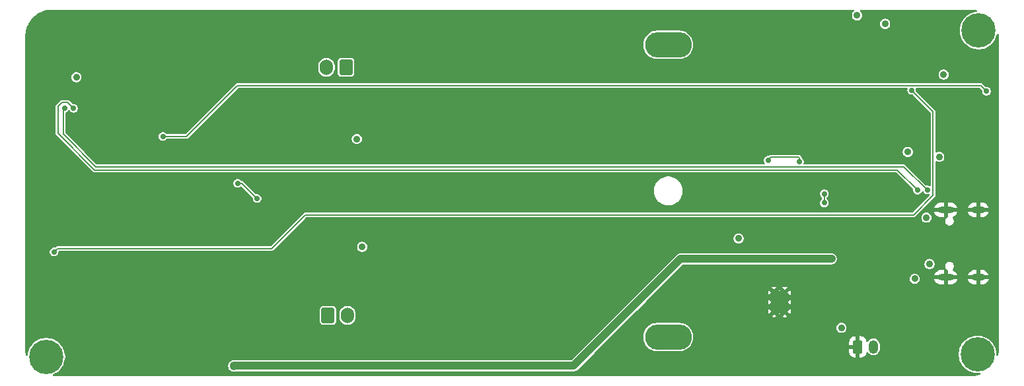
<source format=gbr>
%TF.GenerationSoftware,KiCad,Pcbnew,9.0.6*%
%TF.CreationDate,2025-12-07T16:06:48+02:00*%
%TF.ProjectId,BLUETOOTH_SPEAKER,424c5545-544f-44f5-9448-5f535045414b,rev?*%
%TF.SameCoordinates,Original*%
%TF.FileFunction,Copper,L4,Bot*%
%TF.FilePolarity,Positive*%
%FSLAX46Y46*%
G04 Gerber Fmt 4.6, Leading zero omitted, Abs format (unit mm)*
G04 Created by KiCad (PCBNEW 9.0.6) date 2025-12-07 16:06:48*
%MOMM*%
%LPD*%
G01*
G04 APERTURE LIST*
G04 Aperture macros list*
%AMRoundRect*
0 Rectangle with rounded corners*
0 $1 Rounding radius*
0 $2 $3 $4 $5 $6 $7 $8 $9 X,Y pos of 4 corners*
0 Add a 4 corners polygon primitive as box body*
4,1,4,$2,$3,$4,$5,$6,$7,$8,$9,$2,$3,0*
0 Add four circle primitives for the rounded corners*
1,1,$1+$1,$2,$3*
1,1,$1+$1,$4,$5*
1,1,$1+$1,$6,$7*
1,1,$1+$1,$8,$9*
0 Add four rect primitives between the rounded corners*
20,1,$1+$1,$2,$3,$4,$5,0*
20,1,$1+$1,$4,$5,$6,$7,0*
20,1,$1+$1,$6,$7,$8,$9,0*
20,1,$1+$1,$8,$9,$2,$3,0*%
G04 Aperture macros list end*
%TA.AperFunction,ComponentPad*%
%ADD10C,0.700000*%
%TD*%
%TA.AperFunction,ComponentPad*%
%ADD11C,4.400000*%
%TD*%
%TA.AperFunction,ComponentPad*%
%ADD12RoundRect,0.250000X0.600000X0.750000X-0.600000X0.750000X-0.600000X-0.750000X0.600000X-0.750000X0*%
%TD*%
%TA.AperFunction,ComponentPad*%
%ADD13O,1.700000X2.000000*%
%TD*%
%TA.AperFunction,HeatsinkPad*%
%ADD14O,2.000000X0.900000*%
%TD*%
%TA.AperFunction,HeatsinkPad*%
%ADD15O,1.700000X0.900000*%
%TD*%
%TA.AperFunction,ComponentPad*%
%ADD16C,0.500000*%
%TD*%
%TA.AperFunction,ComponentPad*%
%ADD17O,6.000000X3.250000*%
%TD*%
%TA.AperFunction,HeatsinkPad*%
%ADD18C,0.500000*%
%TD*%
%TA.AperFunction,HeatsinkPad*%
%ADD19R,1.900000X2.900000*%
%TD*%
%TA.AperFunction,ComponentPad*%
%ADD20RoundRect,0.250000X-0.350000X-0.625000X0.350000X-0.625000X0.350000X0.625000X-0.350000X0.625000X0*%
%TD*%
%TA.AperFunction,ComponentPad*%
%ADD21O,1.200000X1.750000*%
%TD*%
%TA.AperFunction,ComponentPad*%
%ADD22RoundRect,0.250000X-0.600000X-0.750000X0.600000X-0.750000X0.600000X0.750000X-0.600000X0.750000X0*%
%TD*%
%TA.AperFunction,HeatsinkPad*%
%ADD23C,0.600000*%
%TD*%
%TA.AperFunction,ViaPad*%
%ADD24C,0.900000*%
%TD*%
%TA.AperFunction,ViaPad*%
%ADD25C,0.700000*%
%TD*%
%TA.AperFunction,Conductor*%
%ADD26C,0.200000*%
%TD*%
%TA.AperFunction,Conductor*%
%ADD27C,1.000000*%
%TD*%
%TA.AperFunction,Conductor*%
%ADD28C,0.150000*%
%TD*%
G04 APERTURE END LIST*
D10*
%TO.P,H4,1*%
%TO.N,GND*%
X51640000Y-92170000D03*
X52123274Y-91003274D03*
X52123274Y-93336726D03*
X53290000Y-90520000D03*
D11*
X53290000Y-92170000D03*
D10*
X53290000Y-93820000D03*
X54456726Y-91003274D03*
X54456726Y-93336726D03*
X54940000Y-92170000D03*
%TD*%
D12*
%TO.P,J1,1,Pin_1*%
%TO.N,Net-(J1-Pin_1)*%
X91610000Y-96580000D03*
D13*
%TO.P,J1,2,Pin_2*%
%TO.N,Net-(J1-Pin_2)*%
X89110000Y-96580000D03*
%TD*%
D14*
%TO.P,J3,S1,SHIELD*%
%TO.N,GND*%
X168481500Y-123521000D03*
D15*
X172651500Y-123521000D03*
D14*
X168481500Y-114881000D03*
D15*
X172651500Y-114881000D03*
%TD*%
D10*
%TO.P,H3,1*%
%TO.N,N/C*%
X51560000Y-133710000D03*
X52043274Y-132543274D03*
X52043274Y-134876726D03*
X53210000Y-132060000D03*
D11*
X53210000Y-133710000D03*
D10*
X53210000Y-135360000D03*
X54376726Y-132543274D03*
X54376726Y-134876726D03*
X54860000Y-133710000D03*
%TD*%
%TO.P,H2,1*%
%TO.N,N/C*%
X170890000Y-133400000D03*
X171373274Y-132233274D03*
X171373274Y-134566726D03*
X172540000Y-131750000D03*
D11*
X172540000Y-133400000D03*
D10*
X172540000Y-135050000D03*
X173706726Y-132233274D03*
X173706726Y-134566726D03*
X174190000Y-133400000D03*
%TD*%
D16*
%TO.P,U7,21,PGND*%
%TO.N,GND*%
X147830000Y-110430000D03*
X146780000Y-110430000D03*
X148580000Y-111205000D03*
X147830000Y-111205000D03*
X146780000Y-111205000D03*
X146030000Y-111205000D03*
X147830000Y-111980000D03*
X146780000Y-111980000D03*
%TD*%
D17*
%TO.P,F1,1*%
%TO.N,Net-(U7-EN)*%
X132910000Y-93680000D03*
%TO.P,F1,2*%
%TO.N,V_BATT*%
X132910000Y-131180000D03*
%TD*%
D18*
%TO.P,U6,9,EPAD*%
%TO.N,GND*%
X146457500Y-125481000D03*
X146457500Y-126681000D03*
X146457500Y-127881000D03*
D19*
X147157500Y-126681000D03*
D18*
X147857500Y-125481000D03*
X147857500Y-126681000D03*
X147857500Y-127881000D03*
%TD*%
D20*
%TO.P,J4,1,Pin_1*%
%TO.N,GND*%
X157200000Y-132450000D03*
D21*
%TO.P,J4,2,Pin_2*%
%TO.N,V_BATT*%
X159200000Y-132450000D03*
%TD*%
D22*
%TO.P,J2,1,Pin_1*%
%TO.N,Net-(J2-Pin_1)*%
X89300000Y-128410000D03*
D13*
%TO.P,J2,2,Pin_2*%
%TO.N,Net-(J2-Pin_2)*%
X91800000Y-128410000D03*
%TD*%
D10*
%TO.P,H1,1*%
%TO.N,N/C*%
X171020000Y-91860000D03*
X171503274Y-90693274D03*
X171503274Y-93026726D03*
X172670000Y-90210000D03*
D11*
X172670000Y-91860000D03*
D10*
X172670000Y-93510000D03*
X173836726Y-90693274D03*
X173836726Y-93026726D03*
X174320000Y-91860000D03*
%TD*%
D23*
%TO.P,U3,39,GND*%
%TO.N,GND*%
X58212500Y-115050000D03*
X59737500Y-115050000D03*
X57450000Y-114287500D03*
X58975000Y-114287500D03*
X60500000Y-114287500D03*
X58212500Y-113525000D03*
X59737500Y-113525000D03*
X57450000Y-112762500D03*
X58975000Y-112762500D03*
X60500000Y-112762500D03*
X58212500Y-112000000D03*
X59737500Y-112000000D03*
%TD*%
D24*
%TO.N,+12V*%
X93000000Y-105770000D03*
X93680000Y-119600000D03*
X141930000Y-118540000D03*
D25*
%TO.N,GND*%
X66625000Y-98200000D03*
X83050000Y-113100000D03*
X87850000Y-112450000D03*
X85900000Y-112270000D03*
X85900000Y-111270000D03*
X54250000Y-96350000D03*
X54190000Y-97380000D03*
X84682500Y-119800000D03*
X61625000Y-127775000D03*
X75090000Y-112090000D03*
X163700000Y-112317500D03*
X83900000Y-113270000D03*
X83050000Y-117000000D03*
X158150000Y-110450000D03*
X80425000Y-133350000D03*
X70000000Y-129800000D03*
X154500000Y-119200000D03*
X87850000Y-114400000D03*
X51650000Y-120300000D03*
X86900000Y-113270000D03*
X52500000Y-128100000D03*
X64200000Y-131875000D03*
X69600000Y-125225000D03*
X106300000Y-91300000D03*
X87850000Y-110500000D03*
X163770000Y-121640000D03*
X84900000Y-112270000D03*
X150800000Y-119400000D03*
X84900000Y-111270000D03*
X86900000Y-114270000D03*
X83050000Y-115700000D03*
X104500000Y-91300000D03*
X164400000Y-90832500D03*
X152700000Y-118500000D03*
X76250000Y-120900000D03*
X51610000Y-105300000D03*
X143085000Y-127326000D03*
X151900000Y-134600000D03*
X83050000Y-116350000D03*
X83900000Y-111270000D03*
X158150000Y-110450000D03*
X92400000Y-122750000D03*
X159450000Y-92880000D03*
X101000000Y-132700000D03*
X143700000Y-116500000D03*
X141802500Y-129193500D03*
X93967500Y-107500000D03*
X104400000Y-133700000D03*
X113400000Y-93000000D03*
X90400000Y-101500000D03*
X80550000Y-128875000D03*
X85900000Y-114270000D03*
X116700000Y-91700000D03*
X61125000Y-98225000D03*
X115350000Y-133600000D03*
X149830000Y-112720000D03*
X56400000Y-98780000D03*
X86900000Y-111250000D03*
X101200000Y-92900000D03*
X143700000Y-114500000D03*
X162150000Y-96850000D03*
X54500000Y-127900000D03*
X69575000Y-128475000D03*
X158000000Y-113200000D03*
X106200000Y-133700000D03*
X142157500Y-112605000D03*
X157600000Y-105400000D03*
X85900000Y-113270000D03*
X75375000Y-125875000D03*
X70900000Y-118550000D03*
X77650000Y-98225000D03*
X83900000Y-114270000D03*
X149100000Y-119400000D03*
X75000000Y-114425000D03*
X93950000Y-117850000D03*
X75590000Y-110510000D03*
X75000000Y-113400000D03*
X156200000Y-119200000D03*
X75375000Y-125225000D03*
X157716250Y-97250000D03*
X86900000Y-112270000D03*
X83900000Y-112270000D03*
X152440000Y-111560000D03*
X84900000Y-113270000D03*
X80650000Y-120900000D03*
X118300000Y-91700000D03*
X56395000Y-96810000D03*
X84900000Y-114270000D03*
X88500000Y-122750000D03*
X153400000Y-134600000D03*
X83050000Y-115050000D03*
X144685000Y-132476000D03*
X82950000Y-107900000D03*
X74050000Y-119150000D03*
X72200000Y-98200000D03*
X75900000Y-118200000D03*
X69600000Y-125875000D03*
X72750000Y-129750000D03*
X163730000Y-118663750D03*
X110500000Y-132500000D03*
X84700000Y-105300000D03*
X113800000Y-133600000D03*
X166450000Y-90832500D03*
X141700000Y-106600000D03*
%TO.N,Net-(U1-GVDD)*%
X77720000Y-111460000D03*
X80210000Y-113420000D03*
D24*
%TO.N,+3.3V*%
X163610000Y-107430000D03*
X153820000Y-121150000D03*
X168200000Y-97500000D03*
X167640000Y-108060000D03*
X77210000Y-134900000D03*
D25*
%TO.N,ESP_EN*%
X164100000Y-99520000D03*
X54190000Y-120280000D03*
D24*
%TO.N,V_BATT*%
X160700000Y-91000000D03*
X57050000Y-97850000D03*
X155100000Y-130000000D03*
D25*
%TO.N,Net-(U7-EN)*%
X145700000Y-108500000D03*
X149724265Y-108724265D03*
%TO.N,Net-(U7-COMP)*%
X152900000Y-113975000D03*
X152900000Y-112800000D03*
D24*
%TO.N,V_USB*%
X157100000Y-89900000D03*
X164495000Y-123705000D03*
X166000000Y-115861708D03*
X166400000Y-121800000D03*
D25*
%TO.N,ESP_IO0*%
X68140000Y-105450000D03*
X173700000Y-99650000D03*
%TO.N,RXD0*%
X164860000Y-112340000D03*
X56700000Y-101860000D03*
%TO.N,TXD0*%
X55550000Y-101800000D03*
X166100000Y-112300000D03*
%TD*%
D26*
%TO.N,Net-(U1-GVDD)*%
X80210000Y-113420000D02*
X78250000Y-111460000D01*
X78250000Y-111460000D02*
X77720000Y-111460000D01*
D27*
%TO.N,+3.3V*%
X120780000Y-134880000D02*
X77230000Y-134880000D01*
X77230000Y-134880000D02*
X77210000Y-134900000D01*
X134510000Y-121150000D02*
X120780000Y-134880000D01*
X153820000Y-121150000D02*
X134510000Y-121150000D01*
D26*
%TO.N,ESP_EN*%
X166850000Y-102270000D02*
X166850000Y-113000000D01*
X164100000Y-99520000D02*
X166850000Y-102270000D01*
X82070000Y-119830000D02*
X54640000Y-119830000D01*
X54640000Y-119830000D02*
X54190000Y-120280000D01*
X164350000Y-115500000D02*
X86400000Y-115500000D01*
X86400000Y-115500000D02*
X82070000Y-119830000D01*
X166850000Y-113000000D02*
X164350000Y-115500000D01*
%TO.N,Net-(U7-EN)*%
X149724265Y-108224265D02*
X149600000Y-108100000D01*
X149724265Y-108724265D02*
X149724265Y-108224265D01*
X146100000Y-108100000D02*
X145700000Y-108500000D01*
X149600000Y-108100000D02*
X146100000Y-108100000D01*
D28*
%TO.N,Net-(U7-COMP)*%
X152900000Y-112800000D02*
X152900000Y-113975000D01*
D26*
%TO.N,ESP_IO0*%
X71130000Y-105450000D02*
X68140000Y-105450000D01*
X173700000Y-99650000D02*
X172969000Y-98919000D01*
X77661000Y-98919000D02*
X71130000Y-105450000D01*
X172969000Y-98919000D02*
X77661000Y-98919000D01*
%TO.N,RXD0*%
X162271000Y-109751000D02*
X164860000Y-112340000D01*
X55940000Y-101100000D02*
X55200000Y-101100000D01*
X56700000Y-101860000D02*
X56840000Y-102000000D01*
X54700000Y-101600000D02*
X54700000Y-105067100D01*
X54700000Y-105067100D02*
X59383900Y-109751000D01*
X56700000Y-101860000D02*
X55940000Y-101100000D01*
X55200000Y-101100000D02*
X54700000Y-101600000D01*
X59383900Y-109751000D02*
X162271000Y-109751000D01*
%TO.N,TXD0*%
X55370000Y-101960000D02*
X55490000Y-101840000D01*
X55370000Y-105170000D02*
X55370000Y-101960000D01*
X166110000Y-112350000D02*
X163110000Y-109350000D01*
X59550000Y-109350000D02*
X55370000Y-105170000D01*
X163110000Y-109350000D02*
X59550000Y-109350000D01*
%TD*%
%TA.AperFunction,Conductor*%
%TO.N,GND*%
G36*
X171742103Y-89170500D02*
G01*
X171744108Y-89170500D01*
X171806949Y-89170500D01*
X171813033Y-89170649D01*
X172143008Y-89186859D01*
X172155116Y-89188052D01*
X172257096Y-89203179D01*
X172419012Y-89227197D01*
X172482438Y-89256505D01*
X172519950Y-89315451D01*
X172519638Y-89385320D01*
X172481602Y-89443929D01*
X172417917Y-89472670D01*
X172414702Y-89473075D01*
X172267280Y-89489686D01*
X172267268Y-89489688D01*
X172004405Y-89549684D01*
X172004397Y-89549687D01*
X171749917Y-89638734D01*
X171507005Y-89755714D01*
X171278712Y-89899161D01*
X171067915Y-90067265D01*
X170877265Y-90257915D01*
X170709161Y-90468712D01*
X170565714Y-90697005D01*
X170448734Y-90939917D01*
X170359687Y-91194397D01*
X170359684Y-91194405D01*
X170299688Y-91457268D01*
X170299686Y-91457280D01*
X170269500Y-91725186D01*
X170269500Y-91994813D01*
X170299686Y-92262719D01*
X170299687Y-92262728D01*
X170299688Y-92262732D01*
X170308920Y-92303179D01*
X170359684Y-92525594D01*
X170359687Y-92525602D01*
X170448734Y-92780082D01*
X170565714Y-93022994D01*
X170565716Y-93022997D01*
X170709162Y-93251289D01*
X170877266Y-93462085D01*
X171067915Y-93652734D01*
X171278711Y-93820838D01*
X171507003Y-93964284D01*
X171749921Y-94081267D01*
X171941049Y-94148145D01*
X172004397Y-94170312D01*
X172004405Y-94170315D01*
X172004408Y-94170315D01*
X172004409Y-94170316D01*
X172267268Y-94230312D01*
X172535187Y-94260499D01*
X172535188Y-94260500D01*
X172535191Y-94260500D01*
X172804812Y-94260500D01*
X172804812Y-94260499D01*
X173072732Y-94230312D01*
X173335591Y-94170316D01*
X173590079Y-94081267D01*
X173832997Y-93964284D01*
X174061289Y-93820838D01*
X174272085Y-93652734D01*
X174462734Y-93462085D01*
X174630838Y-93251289D01*
X174774284Y-93022997D01*
X174891267Y-92780079D01*
X174980316Y-92525591D01*
X175013535Y-92380045D01*
X175022597Y-92363845D01*
X175026947Y-92345799D01*
X175039298Y-92333986D01*
X175047643Y-92319068D01*
X175064027Y-92310337D01*
X175077442Y-92297508D01*
X175094219Y-92294248D01*
X175109305Y-92286210D01*
X175127807Y-92287723D01*
X175146029Y-92284183D01*
X175161906Y-92290511D01*
X175178942Y-92291905D01*
X175193687Y-92303179D01*
X175210933Y-92310054D01*
X175220869Y-92323963D01*
X175234446Y-92334345D01*
X175240755Y-92351801D01*
X175251546Y-92366908D01*
X175257743Y-92398806D01*
X175258194Y-92400054D01*
X175258277Y-92401554D01*
X175269351Y-92626965D01*
X175269500Y-92633050D01*
X175269500Y-132726949D01*
X175269351Y-132733034D01*
X175253140Y-133063007D01*
X175251947Y-133075117D01*
X175203920Y-133398888D01*
X175201546Y-133410821D01*
X175184784Y-133477742D01*
X175149401Y-133537990D01*
X175087062Y-133569544D01*
X175017560Y-133562386D01*
X174962961Y-133518789D01*
X174940600Y-133452594D01*
X174940500Y-133447614D01*
X174940500Y-133265188D01*
X174940499Y-133265186D01*
X174937130Y-133235289D01*
X174910312Y-132997268D01*
X174850316Y-132734409D01*
X174838662Y-132701105D01*
X174825717Y-132664108D01*
X174761267Y-132479921D01*
X174644284Y-132237003D01*
X174500838Y-132008711D01*
X174332734Y-131797915D01*
X174142085Y-131607266D01*
X174140141Y-131605716D01*
X174053846Y-131536898D01*
X173931289Y-131439162D01*
X173702997Y-131295716D01*
X173702994Y-131295714D01*
X173460082Y-131178734D01*
X173205602Y-131089687D01*
X173205594Y-131089684D01*
X173008446Y-131044687D01*
X172942732Y-131029688D01*
X172942728Y-131029687D01*
X172942719Y-131029686D01*
X172674813Y-130999500D01*
X172674809Y-130999500D01*
X172405191Y-130999500D01*
X172405186Y-130999500D01*
X172137280Y-131029686D01*
X172137268Y-131029688D01*
X171874405Y-131089684D01*
X171874397Y-131089687D01*
X171619917Y-131178734D01*
X171377005Y-131295714D01*
X171148712Y-131439161D01*
X170937915Y-131607265D01*
X170747265Y-131797915D01*
X170579161Y-132008712D01*
X170435714Y-132237005D01*
X170318734Y-132479917D01*
X170229687Y-132734397D01*
X170229684Y-132734405D01*
X170169688Y-132997268D01*
X170169686Y-132997280D01*
X170139500Y-133265186D01*
X170139500Y-133534813D01*
X170169686Y-133802719D01*
X170169687Y-133802728D01*
X170169688Y-133802732D01*
X170174770Y-133824998D01*
X170229684Y-134065594D01*
X170229687Y-134065602D01*
X170318734Y-134320082D01*
X170435714Y-134562994D01*
X170435716Y-134562997D01*
X170579162Y-134791289D01*
X170747266Y-135002085D01*
X170937915Y-135192734D01*
X171148711Y-135360838D01*
X171377003Y-135504284D01*
X171619921Y-135621267D01*
X171811049Y-135688145D01*
X171874397Y-135710312D01*
X171874405Y-135710315D01*
X171874408Y-135710315D01*
X171874409Y-135710316D01*
X172137268Y-135770312D01*
X172405187Y-135800499D01*
X172405188Y-135800500D01*
X172405191Y-135800500D01*
X172674812Y-135800500D01*
X172674812Y-135800499D01*
X172797347Y-135786693D01*
X172818135Y-135790334D01*
X172839208Y-135789110D01*
X172851862Y-135796241D01*
X172866169Y-135798747D01*
X172881689Y-135813050D01*
X172900078Y-135823413D01*
X172906867Y-135836253D01*
X172917548Y-135846096D01*
X172922872Y-135866519D01*
X172932739Y-135885179D01*
X172931509Y-135899650D01*
X172935173Y-135913706D01*
X172928609Y-135933768D01*
X172926822Y-135954797D01*
X172917963Y-135966305D01*
X172913447Y-135980112D01*
X172897079Y-135993440D01*
X172884206Y-136010166D01*
X172862340Y-136021728D01*
X172859268Y-136024230D01*
X172853006Y-136026664D01*
X172819983Y-136038480D01*
X172808337Y-136042013D01*
X172490822Y-136121546D01*
X172478888Y-136123920D01*
X172155117Y-136171947D01*
X172143007Y-136173140D01*
X171830723Y-136188481D01*
X171813032Y-136189351D01*
X171806949Y-136189500D01*
X54121902Y-136189500D01*
X54054863Y-136169815D01*
X54009108Y-136117011D01*
X53999164Y-136047853D01*
X54028189Y-135984297D01*
X54080947Y-135948459D01*
X54081395Y-135948302D01*
X54130079Y-135931267D01*
X54372997Y-135814284D01*
X54601289Y-135670838D01*
X54812085Y-135502734D01*
X55002734Y-135312085D01*
X55170838Y-135101289D01*
X55253964Y-134968996D01*
X76509499Y-134968996D01*
X76536418Y-135104322D01*
X76536421Y-135104332D01*
X76589222Y-135231807D01*
X76665887Y-135346545D01*
X76763454Y-135444112D01*
X76878192Y-135520777D01*
X77005667Y-135573578D01*
X77005672Y-135573580D01*
X77005676Y-135573580D01*
X77005677Y-135573581D01*
X77141003Y-135600500D01*
X77141006Y-135600500D01*
X77278995Y-135600500D01*
X77367559Y-135582883D01*
X77391751Y-135580500D01*
X120848996Y-135580500D01*
X120940040Y-135562389D01*
X120984328Y-135553580D01*
X121063527Y-135520775D01*
X121111807Y-135500777D01*
X121111808Y-135500776D01*
X121111811Y-135500775D01*
X121226543Y-135424114D01*
X123448352Y-133202305D01*
X125590302Y-131060356D01*
X129709500Y-131060356D01*
X129709500Y-131299643D01*
X129709501Y-131299659D01*
X129740734Y-131536900D01*
X129802669Y-131768045D01*
X129894243Y-131989123D01*
X129894251Y-131989140D01*
X130013891Y-132196365D01*
X130013892Y-132196367D01*
X130159569Y-132386216D01*
X130159575Y-132386223D01*
X130328776Y-132555424D01*
X130328783Y-132555430D01*
X130518632Y-132701107D01*
X130518634Y-132701108D01*
X130725859Y-132820748D01*
X130725862Y-132820749D01*
X130725870Y-132820754D01*
X130946953Y-132912330D01*
X131178098Y-132974265D01*
X131415350Y-133005500D01*
X131415357Y-133005500D01*
X134404643Y-133005500D01*
X134404650Y-133005500D01*
X134641902Y-132974265D01*
X134873047Y-132912330D01*
X135094130Y-132820754D01*
X135251322Y-132730000D01*
X135301365Y-132701108D01*
X135301367Y-132701107D01*
X135349585Y-132664108D01*
X135491218Y-132555429D01*
X135660429Y-132386218D01*
X135806105Y-132196370D01*
X135925754Y-131989130D01*
X136014445Y-131775013D01*
X156100000Y-131775013D01*
X156100000Y-132200000D01*
X156919670Y-132200000D01*
X156899925Y-132219745D01*
X156850556Y-132305255D01*
X156825000Y-132400630D01*
X156825000Y-132499370D01*
X156850556Y-132594745D01*
X156899925Y-132680255D01*
X156919670Y-132700000D01*
X156100001Y-132700000D01*
X156100001Y-133124986D01*
X156110494Y-133227697D01*
X156165641Y-133394119D01*
X156165643Y-133394124D01*
X156257684Y-133543345D01*
X156381654Y-133667315D01*
X156530875Y-133759356D01*
X156530880Y-133759358D01*
X156697302Y-133814505D01*
X156697309Y-133814506D01*
X156800019Y-133824999D01*
X156949999Y-133824999D01*
X156950000Y-133824998D01*
X156950000Y-132730330D01*
X156969745Y-132750075D01*
X157055255Y-132799444D01*
X157150630Y-132825000D01*
X157249370Y-132825000D01*
X157344745Y-132799444D01*
X157430255Y-132750075D01*
X157450000Y-132730330D01*
X157450000Y-133824999D01*
X157599972Y-133824999D01*
X157599986Y-133824998D01*
X157702697Y-133814505D01*
X157869119Y-133759358D01*
X157869124Y-133759356D01*
X158018345Y-133667315D01*
X158142315Y-133543345D01*
X158234356Y-133394124D01*
X158234358Y-133394119D01*
X158289505Y-133227697D01*
X158289506Y-133227689D01*
X158292100Y-133202305D01*
X158318496Y-133137613D01*
X158375676Y-133097462D01*
X158445487Y-133094598D01*
X158505764Y-133129932D01*
X158518560Y-133146016D01*
X158578210Y-133235288D01*
X158578213Y-133235292D01*
X158689707Y-133346786D01*
X158689711Y-133346789D01*
X158820814Y-133434390D01*
X158820827Y-133434397D01*
X158949338Y-133487627D01*
X158966503Y-133494737D01*
X159070116Y-133515347D01*
X159121153Y-133525499D01*
X159121156Y-133525500D01*
X159121158Y-133525500D01*
X159278844Y-133525500D01*
X159278845Y-133525499D01*
X159433497Y-133494737D01*
X159579179Y-133434394D01*
X159710289Y-133346789D01*
X159821789Y-133235289D01*
X159909394Y-133104179D01*
X159969737Y-132958497D01*
X160000500Y-132803842D01*
X160000500Y-132096158D01*
X160000500Y-132096155D01*
X160000499Y-132096153D01*
X159983106Y-132008712D01*
X159969737Y-131941503D01*
X159959698Y-131917266D01*
X159909397Y-131795827D01*
X159909390Y-131795814D01*
X159821789Y-131664711D01*
X159821786Y-131664707D01*
X159710292Y-131553213D01*
X159710288Y-131553210D01*
X159579185Y-131465609D01*
X159579172Y-131465602D01*
X159433501Y-131405264D01*
X159433489Y-131405261D01*
X159278845Y-131374500D01*
X159278842Y-131374500D01*
X159121158Y-131374500D01*
X159121155Y-131374500D01*
X158966510Y-131405261D01*
X158966498Y-131405264D01*
X158820827Y-131465602D01*
X158820814Y-131465609D01*
X158689711Y-131553210D01*
X158689707Y-131553213D01*
X158578213Y-131664707D01*
X158518559Y-131753985D01*
X158464946Y-131798789D01*
X158395621Y-131807496D01*
X158332594Y-131777341D01*
X158295875Y-131717897D01*
X158292099Y-131697691D01*
X158289506Y-131672303D01*
X158234358Y-131505880D01*
X158234356Y-131505875D01*
X158142315Y-131356654D01*
X158018345Y-131232684D01*
X157869124Y-131140643D01*
X157869119Y-131140641D01*
X157702697Y-131085494D01*
X157702690Y-131085493D01*
X157599986Y-131075000D01*
X157450000Y-131075000D01*
X157450000Y-132169670D01*
X157430255Y-132149925D01*
X157344745Y-132100556D01*
X157249370Y-132075000D01*
X157150630Y-132075000D01*
X157055255Y-132100556D01*
X156969745Y-132149925D01*
X156950000Y-132169670D01*
X156950000Y-131075000D01*
X156800027Y-131075000D01*
X156800012Y-131075001D01*
X156697302Y-131085494D01*
X156530880Y-131140641D01*
X156530875Y-131140643D01*
X156381654Y-131232684D01*
X156257684Y-131356654D01*
X156165643Y-131505875D01*
X156165641Y-131505880D01*
X156110494Y-131672302D01*
X156110493Y-131672309D01*
X156100000Y-131775013D01*
X136014445Y-131775013D01*
X136017330Y-131768047D01*
X136079265Y-131536902D01*
X136110500Y-131299650D01*
X136110500Y-131060350D01*
X136079265Y-130823098D01*
X136017330Y-130591953D01*
X135925754Y-130370870D01*
X135925748Y-130370859D01*
X135806110Y-130163637D01*
X135729710Y-130064071D01*
X154449499Y-130064071D01*
X154474497Y-130189738D01*
X154474499Y-130189744D01*
X154523533Y-130308124D01*
X154523538Y-130308133D01*
X154594723Y-130414668D01*
X154594726Y-130414672D01*
X154685327Y-130505273D01*
X154685331Y-130505276D01*
X154791866Y-130576461D01*
X154791872Y-130576464D01*
X154791873Y-130576465D01*
X154910256Y-130625501D01*
X154910260Y-130625501D01*
X154910261Y-130625502D01*
X155035928Y-130650500D01*
X155035931Y-130650500D01*
X155164071Y-130650500D01*
X155248615Y-130633682D01*
X155289744Y-130625501D01*
X155408127Y-130576465D01*
X155514669Y-130505276D01*
X155605276Y-130414669D01*
X155676465Y-130308127D01*
X155725501Y-130189744D01*
X155750500Y-130064069D01*
X155750500Y-129935931D01*
X155750500Y-129935928D01*
X155725502Y-129810261D01*
X155725501Y-129810260D01*
X155725501Y-129810256D01*
X155676465Y-129691873D01*
X155676464Y-129691872D01*
X155676461Y-129691866D01*
X155605276Y-129585331D01*
X155605273Y-129585327D01*
X155514672Y-129494726D01*
X155514668Y-129494723D01*
X155408133Y-129423538D01*
X155408124Y-129423533D01*
X155289744Y-129374499D01*
X155289738Y-129374497D01*
X155164071Y-129349500D01*
X155164069Y-129349500D01*
X155035931Y-129349500D01*
X155035929Y-129349500D01*
X154910261Y-129374497D01*
X154910255Y-129374499D01*
X154791875Y-129423533D01*
X154791866Y-129423538D01*
X154685331Y-129494723D01*
X154685327Y-129494726D01*
X154594726Y-129585327D01*
X154594723Y-129585331D01*
X154523538Y-129691866D01*
X154523533Y-129691875D01*
X154474499Y-129810255D01*
X154474497Y-129810261D01*
X154449500Y-129935928D01*
X154449500Y-129935931D01*
X154449500Y-130064069D01*
X154449500Y-130064071D01*
X154449499Y-130064071D01*
X135729710Y-130064071D01*
X135684632Y-130005324D01*
X135684632Y-130005323D01*
X135660430Y-129973783D01*
X135660424Y-129973776D01*
X135491223Y-129804575D01*
X135491216Y-129804569D01*
X135301367Y-129658892D01*
X135301365Y-129658891D01*
X135094140Y-129539251D01*
X135094132Y-129539247D01*
X135094130Y-129539246D01*
X134986645Y-129494724D01*
X134873045Y-129447669D01*
X134641900Y-129385734D01*
X134404659Y-129354501D01*
X134404656Y-129354500D01*
X134404650Y-129354500D01*
X131415350Y-129354500D01*
X131415344Y-129354500D01*
X131415340Y-129354501D01*
X131178099Y-129385734D01*
X130946954Y-129447669D01*
X130725876Y-129539243D01*
X130725859Y-129539251D01*
X130518634Y-129658891D01*
X130518632Y-129658892D01*
X130328783Y-129804569D01*
X130328776Y-129804575D01*
X130159575Y-129973776D01*
X130159569Y-129973783D01*
X130013892Y-130163632D01*
X130013891Y-130163634D01*
X129894251Y-130370859D01*
X129894243Y-130370876D01*
X129802669Y-130591954D01*
X129740734Y-130823099D01*
X129709501Y-131060340D01*
X129709500Y-131060356D01*
X125590302Y-131060356D01*
X125682048Y-130968610D01*
X128092080Y-128558577D01*
X146133475Y-128558577D01*
X146238736Y-128602178D01*
X146238740Y-128602179D01*
X146383626Y-128630999D01*
X146383629Y-128631000D01*
X146531371Y-128631000D01*
X146531373Y-128630999D01*
X146676260Y-128602179D01*
X146676275Y-128602175D01*
X146781524Y-128558578D01*
X146781524Y-128558577D01*
X147533475Y-128558577D01*
X147638736Y-128602178D01*
X147638740Y-128602179D01*
X147783626Y-128630999D01*
X147783629Y-128631000D01*
X147931371Y-128631000D01*
X147931373Y-128630999D01*
X148076260Y-128602179D01*
X148076275Y-128602175D01*
X148181524Y-128558578D01*
X148181524Y-128558577D01*
X147857501Y-128234554D01*
X147857500Y-128234554D01*
X147533475Y-128558577D01*
X146781524Y-128558577D01*
X146457501Y-128234554D01*
X146457500Y-128234554D01*
X146133475Y-128558577D01*
X128092080Y-128558577D01*
X128220575Y-128430082D01*
X128843531Y-127807126D01*
X145707500Y-127807126D01*
X145707500Y-127954873D01*
X145736320Y-128099759D01*
X145736322Y-128099767D01*
X145779921Y-128205024D01*
X146103946Y-127881000D01*
X146103946Y-127880999D01*
X146074110Y-127851163D01*
X146307500Y-127851163D01*
X146307500Y-127910837D01*
X146330336Y-127965968D01*
X146372532Y-128008164D01*
X146427663Y-128031000D01*
X146487337Y-128031000D01*
X146542468Y-128008164D01*
X146584664Y-127965968D01*
X146607500Y-127910837D01*
X146607500Y-127880999D01*
X146811054Y-127880999D01*
X146811054Y-127881001D01*
X147135429Y-128205376D01*
X147179569Y-128205376D01*
X147503946Y-127881000D01*
X147474109Y-127851163D01*
X147707500Y-127851163D01*
X147707500Y-127910837D01*
X147730336Y-127965968D01*
X147772532Y-128008164D01*
X147827663Y-128031000D01*
X147887337Y-128031000D01*
X147942468Y-128008164D01*
X147984664Y-127965968D01*
X148007500Y-127910837D01*
X148007500Y-127880999D01*
X148211054Y-127880999D01*
X148211054Y-127881001D01*
X148535077Y-128205024D01*
X148535078Y-128205024D01*
X148578675Y-128099775D01*
X148578679Y-128099760D01*
X148607499Y-127954873D01*
X148607500Y-127954871D01*
X148607500Y-127807128D01*
X148607499Y-127807126D01*
X148578679Y-127662240D01*
X148578678Y-127662236D01*
X148535077Y-127556975D01*
X148211054Y-127880999D01*
X148007500Y-127880999D01*
X148007500Y-127851163D01*
X147984664Y-127796032D01*
X147942468Y-127753836D01*
X147887337Y-127731000D01*
X147827663Y-127731000D01*
X147772532Y-127753836D01*
X147730336Y-127796032D01*
X147707500Y-127851163D01*
X147474109Y-127851163D01*
X147179568Y-127556622D01*
X147135430Y-127556622D01*
X146811054Y-127880999D01*
X146607500Y-127880999D01*
X146607500Y-127851163D01*
X146584664Y-127796032D01*
X146542468Y-127753836D01*
X146487337Y-127731000D01*
X146427663Y-127731000D01*
X146372532Y-127753836D01*
X146330336Y-127796032D01*
X146307500Y-127851163D01*
X146074110Y-127851163D01*
X145779921Y-127556974D01*
X145779920Y-127556974D01*
X145736323Y-127662228D01*
X145736320Y-127662240D01*
X145707500Y-127807126D01*
X128843531Y-127807126D01*
X129369657Y-127281000D01*
X146211054Y-127281000D01*
X146457500Y-127527446D01*
X146703946Y-127281000D01*
X147611054Y-127281000D01*
X147857500Y-127527446D01*
X148103946Y-127281000D01*
X147857500Y-127034554D01*
X147611054Y-127281000D01*
X146703946Y-127281000D01*
X146457500Y-127034554D01*
X146211054Y-127281000D01*
X129369657Y-127281000D01*
X130043531Y-126607126D01*
X145707500Y-126607126D01*
X145707500Y-126754873D01*
X145736320Y-126899759D01*
X145736322Y-126899767D01*
X145779921Y-127005024D01*
X146103946Y-126681000D01*
X146103946Y-126680999D01*
X146074110Y-126651163D01*
X146307500Y-126651163D01*
X146307500Y-126710837D01*
X146330336Y-126765968D01*
X146372532Y-126808164D01*
X146427663Y-126831000D01*
X146487337Y-126831000D01*
X146542468Y-126808164D01*
X146584664Y-126765968D01*
X146607500Y-126710837D01*
X146607500Y-126680999D01*
X146811054Y-126680999D01*
X146811054Y-126681001D01*
X147135429Y-127005376D01*
X147179569Y-127005376D01*
X147503946Y-126681000D01*
X147474109Y-126651163D01*
X147707500Y-126651163D01*
X147707500Y-126710837D01*
X147730336Y-126765968D01*
X147772532Y-126808164D01*
X147827663Y-126831000D01*
X147887337Y-126831000D01*
X147942468Y-126808164D01*
X147984664Y-126765968D01*
X148007500Y-126710837D01*
X148007500Y-126680999D01*
X148211054Y-126680999D01*
X148211054Y-126681001D01*
X148535077Y-127005024D01*
X148535078Y-127005024D01*
X148578675Y-126899775D01*
X148578679Y-126899760D01*
X148607499Y-126754873D01*
X148607500Y-126754871D01*
X148607500Y-126607128D01*
X148607499Y-126607126D01*
X148578679Y-126462240D01*
X148578678Y-126462236D01*
X148535077Y-126356975D01*
X148211054Y-126680999D01*
X148007500Y-126680999D01*
X148007500Y-126651163D01*
X147984664Y-126596032D01*
X147942468Y-126553836D01*
X147887337Y-126531000D01*
X147827663Y-126531000D01*
X147772532Y-126553836D01*
X147730336Y-126596032D01*
X147707500Y-126651163D01*
X147474109Y-126651163D01*
X147179568Y-126356622D01*
X147135430Y-126356622D01*
X146811054Y-126680999D01*
X146607500Y-126680999D01*
X146607500Y-126651163D01*
X146584664Y-126596032D01*
X146542468Y-126553836D01*
X146487337Y-126531000D01*
X146427663Y-126531000D01*
X146372532Y-126553836D01*
X146330336Y-126596032D01*
X146307500Y-126651163D01*
X146074110Y-126651163D01*
X145779921Y-126356974D01*
X145779920Y-126356974D01*
X145736323Y-126462228D01*
X145736320Y-126462240D01*
X145707500Y-126607126D01*
X130043531Y-126607126D01*
X130569657Y-126081000D01*
X146211054Y-126081000D01*
X146457500Y-126327446D01*
X146703946Y-126081000D01*
X147611054Y-126081000D01*
X147857500Y-126327446D01*
X148103946Y-126081000D01*
X147857500Y-125834554D01*
X147611054Y-126081000D01*
X146703946Y-126081000D01*
X146457500Y-125834554D01*
X146211054Y-126081000D01*
X130569657Y-126081000D01*
X131243531Y-125407126D01*
X145707500Y-125407126D01*
X145707500Y-125554873D01*
X145736320Y-125699759D01*
X145736322Y-125699767D01*
X145779921Y-125805024D01*
X146103946Y-125481000D01*
X146103946Y-125480999D01*
X146074110Y-125451163D01*
X146307500Y-125451163D01*
X146307500Y-125510837D01*
X146330336Y-125565968D01*
X146372532Y-125608164D01*
X146427663Y-125631000D01*
X146487337Y-125631000D01*
X146542468Y-125608164D01*
X146584664Y-125565968D01*
X146607500Y-125510837D01*
X146607500Y-125480999D01*
X146811054Y-125480999D01*
X146811054Y-125481001D01*
X147135429Y-125805376D01*
X147179569Y-125805376D01*
X147503946Y-125481000D01*
X147474109Y-125451163D01*
X147707500Y-125451163D01*
X147707500Y-125510837D01*
X147730336Y-125565968D01*
X147772532Y-125608164D01*
X147827663Y-125631000D01*
X147887337Y-125631000D01*
X147942468Y-125608164D01*
X147984664Y-125565968D01*
X148007500Y-125510837D01*
X148007500Y-125480999D01*
X148211054Y-125480999D01*
X148211054Y-125481001D01*
X148535077Y-125805024D01*
X148535078Y-125805024D01*
X148578675Y-125699775D01*
X148578679Y-125699760D01*
X148607499Y-125554873D01*
X148607500Y-125554871D01*
X148607500Y-125407128D01*
X148607499Y-125407126D01*
X148578679Y-125262240D01*
X148578678Y-125262236D01*
X148535077Y-125156975D01*
X148211054Y-125480999D01*
X148007500Y-125480999D01*
X148007500Y-125451163D01*
X147984664Y-125396032D01*
X147942468Y-125353836D01*
X147887337Y-125331000D01*
X147827663Y-125331000D01*
X147772532Y-125353836D01*
X147730336Y-125396032D01*
X147707500Y-125451163D01*
X147474109Y-125451163D01*
X147179568Y-125156622D01*
X147135430Y-125156622D01*
X146811054Y-125480999D01*
X146607500Y-125480999D01*
X146607500Y-125451163D01*
X146584664Y-125396032D01*
X146542468Y-125353836D01*
X146487337Y-125331000D01*
X146427663Y-125331000D01*
X146372532Y-125353836D01*
X146330336Y-125396032D01*
X146307500Y-125451163D01*
X146074110Y-125451163D01*
X145779921Y-125156974D01*
X145779920Y-125156974D01*
X145736323Y-125262228D01*
X145736320Y-125262240D01*
X145707500Y-125407126D01*
X131243531Y-125407126D01*
X131847237Y-124803420D01*
X146133474Y-124803420D01*
X146133474Y-124803421D01*
X146457500Y-125127446D01*
X146457501Y-125127446D01*
X146781524Y-124803421D01*
X146781522Y-124803420D01*
X147533474Y-124803420D01*
X147533474Y-124803421D01*
X147857500Y-125127446D01*
X147857501Y-125127446D01*
X148181524Y-124803421D01*
X148076267Y-124759822D01*
X148076259Y-124759820D01*
X147931372Y-124731000D01*
X147783628Y-124731000D01*
X147638740Y-124759820D01*
X147638728Y-124759823D01*
X147533474Y-124803420D01*
X146781522Y-124803420D01*
X146676267Y-124759822D01*
X146676259Y-124759820D01*
X146531372Y-124731000D01*
X146383628Y-124731000D01*
X146238740Y-124759820D01*
X146238728Y-124759823D01*
X146133474Y-124803420D01*
X131847237Y-124803420D01*
X132881586Y-123769071D01*
X163844499Y-123769071D01*
X163869497Y-123894738D01*
X163869499Y-123894744D01*
X163918533Y-124013124D01*
X163918538Y-124013133D01*
X163989723Y-124119668D01*
X163989726Y-124119672D01*
X164080327Y-124210273D01*
X164080331Y-124210276D01*
X164186866Y-124281461D01*
X164186872Y-124281464D01*
X164186873Y-124281465D01*
X164305256Y-124330501D01*
X164305260Y-124330501D01*
X164305261Y-124330502D01*
X164430928Y-124355500D01*
X164430931Y-124355500D01*
X164559071Y-124355500D01*
X164643615Y-124338682D01*
X164684744Y-124330501D01*
X164803127Y-124281465D01*
X164909669Y-124210276D01*
X165000276Y-124119669D01*
X165071465Y-124013127D01*
X165120501Y-123894744D01*
X165145500Y-123769069D01*
X165145500Y-123640931D01*
X165145500Y-123640928D01*
X165120502Y-123515261D01*
X165120501Y-123515260D01*
X165120501Y-123515256D01*
X165071465Y-123396873D01*
X165071462Y-123396868D01*
X165055660Y-123373218D01*
X165055659Y-123373217D01*
X165000276Y-123290331D01*
X165000273Y-123290327D01*
X164980945Y-123270999D01*
X167012615Y-123270999D01*
X167012616Y-123271000D01*
X167764512Y-123271000D01*
X167747295Y-123280940D01*
X167691440Y-123336795D01*
X167651944Y-123405204D01*
X167631500Y-123481504D01*
X167631500Y-123560496D01*
X167651944Y-123636796D01*
X167691440Y-123705205D01*
X167747295Y-123761060D01*
X167764512Y-123771000D01*
X167012616Y-123771000D01*
X167018006Y-123798100D01*
X167018007Y-123798103D01*
X167089619Y-123970991D01*
X167089624Y-123971000D01*
X167193586Y-124126589D01*
X167193589Y-124126593D01*
X167325906Y-124258910D01*
X167325910Y-124258913D01*
X167481499Y-124362875D01*
X167481508Y-124362880D01*
X167654394Y-124434491D01*
X167654402Y-124434493D01*
X167837928Y-124470999D01*
X167837931Y-124471000D01*
X168231500Y-124471000D01*
X168231500Y-123821000D01*
X168731500Y-123821000D01*
X168731500Y-124471000D01*
X169125069Y-124471000D01*
X169125071Y-124470999D01*
X169308597Y-124434493D01*
X169308605Y-124434491D01*
X169481491Y-124362880D01*
X169481500Y-124362875D01*
X169637089Y-124258913D01*
X169637093Y-124258910D01*
X169769410Y-124126593D01*
X169769413Y-124126589D01*
X169873375Y-123971000D01*
X169873380Y-123970991D01*
X169944992Y-123798103D01*
X169944993Y-123798100D01*
X169950384Y-123771000D01*
X169198488Y-123771000D01*
X169215705Y-123761060D01*
X169271560Y-123705205D01*
X169311056Y-123636796D01*
X169331500Y-123560496D01*
X169331500Y-123481504D01*
X169311056Y-123405204D01*
X169271560Y-123336795D01*
X169215705Y-123280940D01*
X169198488Y-123271000D01*
X169950384Y-123271000D01*
X169950384Y-123270999D01*
X171332615Y-123270999D01*
X171332616Y-123271000D01*
X172084512Y-123271000D01*
X172067295Y-123280940D01*
X172011440Y-123336795D01*
X171971944Y-123405204D01*
X171951500Y-123481504D01*
X171951500Y-123560496D01*
X171971944Y-123636796D01*
X172011440Y-123705205D01*
X172067295Y-123761060D01*
X172084512Y-123771000D01*
X171332616Y-123771000D01*
X171338006Y-123798100D01*
X171338007Y-123798103D01*
X171409619Y-123970991D01*
X171409624Y-123971000D01*
X171513586Y-124126589D01*
X171513589Y-124126593D01*
X171645906Y-124258910D01*
X171645910Y-124258913D01*
X171801499Y-124362875D01*
X171801508Y-124362880D01*
X171974394Y-124434491D01*
X171974402Y-124434493D01*
X172157928Y-124470999D01*
X172157931Y-124471000D01*
X172401500Y-124471000D01*
X172401500Y-123821000D01*
X172901500Y-123821000D01*
X172901500Y-124471000D01*
X173145069Y-124471000D01*
X173145071Y-124470999D01*
X173328597Y-124434493D01*
X173328605Y-124434491D01*
X173501491Y-124362880D01*
X173501500Y-124362875D01*
X173657089Y-124258913D01*
X173657093Y-124258910D01*
X173789410Y-124126593D01*
X173789413Y-124126589D01*
X173893375Y-123971000D01*
X173893380Y-123970991D01*
X173964992Y-123798103D01*
X173964993Y-123798100D01*
X173970384Y-123771000D01*
X173218488Y-123771000D01*
X173235705Y-123761060D01*
X173291560Y-123705205D01*
X173331056Y-123636796D01*
X173351500Y-123560496D01*
X173351500Y-123481504D01*
X173331056Y-123405204D01*
X173291560Y-123336795D01*
X173235705Y-123280940D01*
X173218488Y-123271000D01*
X173970384Y-123271000D01*
X173970384Y-123270999D01*
X173964993Y-123243899D01*
X173964992Y-123243896D01*
X173893380Y-123071008D01*
X173893375Y-123070999D01*
X173789413Y-122915410D01*
X173789410Y-122915406D01*
X173657093Y-122783089D01*
X173657089Y-122783086D01*
X173501500Y-122679124D01*
X173501491Y-122679119D01*
X173328605Y-122607508D01*
X173328597Y-122607506D01*
X173145070Y-122571000D01*
X172901500Y-122571000D01*
X172901500Y-123221000D01*
X172401500Y-123221000D01*
X172401500Y-122571000D01*
X172157930Y-122571000D01*
X171974402Y-122607506D01*
X171974394Y-122607508D01*
X171801508Y-122679119D01*
X171801499Y-122679124D01*
X171645910Y-122783086D01*
X171645906Y-122783089D01*
X171513589Y-122915406D01*
X171513586Y-122915410D01*
X171409624Y-123070999D01*
X171409619Y-123071008D01*
X171338007Y-123243896D01*
X171338006Y-123243899D01*
X171332615Y-123270999D01*
X169950384Y-123270999D01*
X169944993Y-123243899D01*
X169944992Y-123243896D01*
X169873380Y-123071008D01*
X169873375Y-123070999D01*
X169769413Y-122915410D01*
X169769410Y-122915406D01*
X169637093Y-122783089D01*
X169637089Y-122783086D01*
X169481500Y-122679124D01*
X169481494Y-122679121D01*
X169419889Y-122653603D01*
X169365486Y-122609761D01*
X169343422Y-122543467D01*
X169360702Y-122475768D01*
X169379656Y-122451367D01*
X169402009Y-122429015D01*
X169474484Y-122303485D01*
X169512000Y-122163475D01*
X169512000Y-122018525D01*
X169474484Y-121878515D01*
X169458309Y-121850500D01*
X169402011Y-121752988D01*
X169402006Y-121752982D01*
X169299517Y-121650493D01*
X169299511Y-121650488D01*
X169173988Y-121578017D01*
X169173989Y-121578017D01*
X169162506Y-121574940D01*
X169033975Y-121540500D01*
X168889025Y-121540500D01*
X168760493Y-121574940D01*
X168749011Y-121578017D01*
X168623488Y-121650488D01*
X168623482Y-121650493D01*
X168520993Y-121752982D01*
X168520988Y-121752988D01*
X168448517Y-121878511D01*
X168448516Y-121878515D01*
X168411000Y-122018525D01*
X168411000Y-122163475D01*
X168448516Y-122303485D01*
X168448517Y-122303488D01*
X168520988Y-122429011D01*
X168520990Y-122429013D01*
X168520991Y-122429015D01*
X168623485Y-122531509D01*
X168669499Y-122558075D01*
X168717715Y-122608640D01*
X168731500Y-122665462D01*
X168731500Y-123221000D01*
X168231500Y-123221000D01*
X168231500Y-122571000D01*
X167837930Y-122571000D01*
X167654402Y-122607506D01*
X167654394Y-122607508D01*
X167481508Y-122679119D01*
X167481499Y-122679124D01*
X167325910Y-122783086D01*
X167325906Y-122783089D01*
X167193589Y-122915406D01*
X167193586Y-122915410D01*
X167089624Y-123070999D01*
X167089619Y-123071008D01*
X167018007Y-123243896D01*
X167018006Y-123243899D01*
X167012615Y-123270999D01*
X164980945Y-123270999D01*
X164909672Y-123199726D01*
X164909668Y-123199723D01*
X164803133Y-123128538D01*
X164803124Y-123128533D01*
X164684744Y-123079499D01*
X164684738Y-123079497D01*
X164559071Y-123054500D01*
X164559069Y-123054500D01*
X164430931Y-123054500D01*
X164430929Y-123054500D01*
X164305261Y-123079497D01*
X164305255Y-123079499D01*
X164186875Y-123128533D01*
X164186866Y-123128538D01*
X164080331Y-123199723D01*
X164080327Y-123199726D01*
X163989726Y-123290327D01*
X163989723Y-123290331D01*
X163918538Y-123396866D01*
X163918533Y-123396875D01*
X163869499Y-123515255D01*
X163869497Y-123515261D01*
X163844500Y-123640928D01*
X163844500Y-123640931D01*
X163844500Y-123769069D01*
X163844500Y-123769071D01*
X163844499Y-123769071D01*
X132881586Y-123769071D01*
X134763838Y-121886819D01*
X134805498Y-121864071D01*
X165749499Y-121864071D01*
X165774497Y-121989738D01*
X165774499Y-121989744D01*
X165823533Y-122108124D01*
X165823538Y-122108133D01*
X165894723Y-122214668D01*
X165894726Y-122214672D01*
X165985327Y-122305273D01*
X165985331Y-122305276D01*
X166091866Y-122376461D01*
X166091872Y-122376464D01*
X166091873Y-122376465D01*
X166210256Y-122425501D01*
X166210260Y-122425501D01*
X166210261Y-122425502D01*
X166335928Y-122450500D01*
X166335931Y-122450500D01*
X166464071Y-122450500D01*
X166572078Y-122429015D01*
X166589744Y-122425501D01*
X166708127Y-122376465D01*
X166814669Y-122305276D01*
X166905276Y-122214669D01*
X166976465Y-122108127D01*
X167025501Y-121989744D01*
X167045975Y-121886819D01*
X167050500Y-121864071D01*
X167050500Y-121735928D01*
X167025502Y-121610261D01*
X167025501Y-121610260D01*
X167025501Y-121610256D01*
X166976465Y-121491873D01*
X166976464Y-121491872D01*
X166976461Y-121491866D01*
X166905276Y-121385331D01*
X166905273Y-121385327D01*
X166814672Y-121294726D01*
X166814668Y-121294723D01*
X166708133Y-121223538D01*
X166708124Y-121223533D01*
X166589744Y-121174499D01*
X166589738Y-121174497D01*
X166464071Y-121149500D01*
X166464069Y-121149500D01*
X166335931Y-121149500D01*
X166335929Y-121149500D01*
X166210261Y-121174497D01*
X166210255Y-121174499D01*
X166091875Y-121223533D01*
X166091866Y-121223538D01*
X165985331Y-121294723D01*
X165985327Y-121294726D01*
X165894726Y-121385327D01*
X165894723Y-121385331D01*
X165823538Y-121491866D01*
X165823533Y-121491875D01*
X165774499Y-121610255D01*
X165774497Y-121610261D01*
X165749500Y-121735928D01*
X165749500Y-121735931D01*
X165749500Y-121864069D01*
X165749500Y-121864071D01*
X165749499Y-121864071D01*
X134805498Y-121864071D01*
X134825161Y-121853334D01*
X134851519Y-121850500D01*
X153888995Y-121850500D01*
X153980041Y-121832389D01*
X154024328Y-121823580D01*
X154151811Y-121770775D01*
X154266542Y-121694114D01*
X154266545Y-121694111D01*
X154318499Y-121642158D01*
X154364111Y-121596545D01*
X154364114Y-121596542D01*
X154440775Y-121481811D01*
X154493580Y-121354328D01*
X154520500Y-121218993D01*
X154520500Y-121081007D01*
X154520500Y-121081004D01*
X154493581Y-120945677D01*
X154493580Y-120945676D01*
X154493580Y-120945672D01*
X154493578Y-120945667D01*
X154440778Y-120818195D01*
X154440771Y-120818182D01*
X154364114Y-120703458D01*
X154364111Y-120703454D01*
X154266545Y-120605888D01*
X154266541Y-120605885D01*
X154151817Y-120529228D01*
X154151804Y-120529221D01*
X154024332Y-120476421D01*
X154024322Y-120476418D01*
X153888995Y-120449500D01*
X153888993Y-120449500D01*
X134441007Y-120449500D01*
X134441003Y-120449500D01*
X134332590Y-120471065D01*
X134332589Y-120471065D01*
X134305681Y-120476418D01*
X134305671Y-120476420D01*
X134178190Y-120529224D01*
X134063454Y-120605887D01*
X134063453Y-120605888D01*
X120526162Y-134143181D01*
X120464839Y-134176666D01*
X120438481Y-134179500D01*
X77161003Y-134179500D01*
X77052590Y-134201065D01*
X77052589Y-134201065D01*
X77025671Y-134206420D01*
X76898190Y-134259224D01*
X76783454Y-134335887D01*
X76665887Y-134453454D01*
X76589222Y-134568192D01*
X76536421Y-134695667D01*
X76536418Y-134695677D01*
X76509500Y-134831003D01*
X76509500Y-134831006D01*
X76509500Y-134968994D01*
X76509500Y-134968996D01*
X76509499Y-134968996D01*
X55253964Y-134968996D01*
X55314284Y-134872997D01*
X55353487Y-134791592D01*
X55363349Y-134771113D01*
X55363349Y-134771112D01*
X55431267Y-134630079D01*
X55520316Y-134375591D01*
X55580312Y-134112732D01*
X55610500Y-133844809D01*
X55610500Y-133575191D01*
X55580312Y-133307268D01*
X55520316Y-133044409D01*
X55506700Y-133005498D01*
X55495772Y-132974265D01*
X55431267Y-132789921D01*
X55314284Y-132547003D01*
X55170838Y-132318711D01*
X55002734Y-132107915D01*
X54812085Y-131917266D01*
X54601289Y-131749162D01*
X54372997Y-131605716D01*
X54372994Y-131605714D01*
X54130082Y-131488734D01*
X53875602Y-131399687D01*
X53875594Y-131399684D01*
X53678446Y-131354687D01*
X53612732Y-131339688D01*
X53612728Y-131339687D01*
X53612719Y-131339686D01*
X53344813Y-131309500D01*
X53344809Y-131309500D01*
X53075191Y-131309500D01*
X53075186Y-131309500D01*
X52807280Y-131339686D01*
X52807268Y-131339688D01*
X52544405Y-131399684D01*
X52544397Y-131399687D01*
X52289917Y-131488734D01*
X52047005Y-131605714D01*
X51818712Y-131749161D01*
X51607915Y-131917265D01*
X51417265Y-132107915D01*
X51249161Y-132318712D01*
X51105714Y-132547005D01*
X50988734Y-132789917D01*
X50899687Y-133044397D01*
X50899684Y-133044405D01*
X50839688Y-133307268D01*
X50839686Y-133307280D01*
X50821195Y-133471383D01*
X50815992Y-133483764D01*
X50815453Y-133497184D01*
X50802720Y-133515347D01*
X50794128Y-133535797D01*
X50783056Y-133543400D01*
X50775348Y-133554398D01*
X50754817Y-133562794D01*
X50736533Y-133575352D01*
X50723109Y-133575762D01*
X50710678Y-133580847D01*
X50688864Y-133576810D01*
X50666696Y-133577489D01*
X50655182Y-133570577D01*
X50641975Y-133568134D01*
X50625805Y-133552944D01*
X50606790Y-133541530D01*
X50599725Y-133528444D01*
X50591051Y-133520295D01*
X50577691Y-133487627D01*
X50576723Y-133483764D01*
X50564356Y-133434390D01*
X50558453Y-133410821D01*
X50556079Y-133398888D01*
X50508052Y-133075117D01*
X50506859Y-133063006D01*
X50505945Y-133044409D01*
X50490649Y-132733033D01*
X50490500Y-132726949D01*
X50490500Y-127605730D01*
X88249500Y-127605730D01*
X88249500Y-129214269D01*
X88252353Y-129244699D01*
X88252353Y-129244701D01*
X88290775Y-129354501D01*
X88297207Y-129372882D01*
X88377850Y-129482150D01*
X88487118Y-129562793D01*
X88508089Y-129570131D01*
X88615299Y-129607646D01*
X88645730Y-129610500D01*
X88645734Y-129610500D01*
X89954270Y-129610500D01*
X89984699Y-129607646D01*
X89984701Y-129607646D01*
X90048790Y-129585219D01*
X90112882Y-129562793D01*
X90222150Y-129482150D01*
X90302793Y-129372882D01*
X90325219Y-129308790D01*
X90347646Y-129244701D01*
X90347646Y-129244699D01*
X90350500Y-129214269D01*
X90350500Y-128156530D01*
X90749500Y-128156530D01*
X90749500Y-128663469D01*
X90789868Y-128866412D01*
X90789870Y-128866420D01*
X90869058Y-129057596D01*
X90984024Y-129229657D01*
X91130342Y-129375975D01*
X91130345Y-129375977D01*
X91302402Y-129490941D01*
X91493580Y-129570130D01*
X91682187Y-129607646D01*
X91696530Y-129610499D01*
X91696534Y-129610500D01*
X91696535Y-129610500D01*
X91903466Y-129610500D01*
X91903467Y-129610499D01*
X92106420Y-129570130D01*
X92297598Y-129490941D01*
X92469655Y-129375977D01*
X92615977Y-129229655D01*
X92730941Y-129057598D01*
X92810130Y-128866420D01*
X92850500Y-128663465D01*
X92850500Y-128156535D01*
X92810130Y-127953580D01*
X92730941Y-127762402D01*
X92615977Y-127590345D01*
X92615975Y-127590342D01*
X92469657Y-127444024D01*
X92383626Y-127386541D01*
X92297598Y-127329059D01*
X92106420Y-127249870D01*
X92106412Y-127249868D01*
X91903469Y-127209500D01*
X91903465Y-127209500D01*
X91696535Y-127209500D01*
X91696530Y-127209500D01*
X91493587Y-127249868D01*
X91493579Y-127249870D01*
X91302403Y-127329058D01*
X91130342Y-127444024D01*
X90984024Y-127590342D01*
X90869058Y-127762403D01*
X90789870Y-127953579D01*
X90789868Y-127953587D01*
X90749500Y-128156530D01*
X90350500Y-128156530D01*
X90350500Y-127605730D01*
X90347646Y-127575300D01*
X90347646Y-127575298D01*
X90302793Y-127447119D01*
X90302792Y-127447117D01*
X90222150Y-127337850D01*
X90112882Y-127257207D01*
X90112880Y-127257206D01*
X89984700Y-127212353D01*
X89954270Y-127209500D01*
X89954266Y-127209500D01*
X88645734Y-127209500D01*
X88645730Y-127209500D01*
X88615300Y-127212353D01*
X88615298Y-127212353D01*
X88487119Y-127257206D01*
X88487117Y-127257207D01*
X88377850Y-127337850D01*
X88297207Y-127447117D01*
X88297206Y-127447119D01*
X88252353Y-127575298D01*
X88252353Y-127575300D01*
X88249500Y-127605730D01*
X50490500Y-127605730D01*
X50490500Y-120207525D01*
X53639500Y-120207525D01*
X53639500Y-120352475D01*
X53672712Y-120476421D01*
X53677017Y-120492488D01*
X53749488Y-120618011D01*
X53749490Y-120618013D01*
X53749491Y-120618015D01*
X53851985Y-120720509D01*
X53851986Y-120720510D01*
X53851988Y-120720511D01*
X53977511Y-120792982D01*
X53977512Y-120792982D01*
X53977515Y-120792984D01*
X54117525Y-120830500D01*
X54117528Y-120830500D01*
X54262472Y-120830500D01*
X54262475Y-120830500D01*
X54402485Y-120792984D01*
X54528015Y-120720509D01*
X54630509Y-120618015D01*
X54702984Y-120492485D01*
X54740500Y-120352475D01*
X54740500Y-120254500D01*
X54760185Y-120187461D01*
X54812989Y-120141706D01*
X54864500Y-120130500D01*
X82109560Y-120130500D01*
X82109562Y-120130500D01*
X82185989Y-120110021D01*
X82254511Y-120070460D01*
X82310460Y-120014511D01*
X82660900Y-119664071D01*
X93029499Y-119664071D01*
X93054497Y-119789738D01*
X93054499Y-119789744D01*
X93103533Y-119908124D01*
X93103538Y-119908133D01*
X93174723Y-120014668D01*
X93174726Y-120014672D01*
X93265327Y-120105273D01*
X93265331Y-120105276D01*
X93371866Y-120176461D01*
X93371872Y-120176464D01*
X93371873Y-120176465D01*
X93490256Y-120225501D01*
X93490260Y-120225501D01*
X93490261Y-120225502D01*
X93615928Y-120250500D01*
X93615931Y-120250500D01*
X93744071Y-120250500D01*
X93828615Y-120233682D01*
X93869744Y-120225501D01*
X93988127Y-120176465D01*
X94094669Y-120105276D01*
X94185276Y-120014669D01*
X94256465Y-119908127D01*
X94305501Y-119789744D01*
X94330500Y-119664069D01*
X94330500Y-119535931D01*
X94330500Y-119535928D01*
X94305502Y-119410261D01*
X94305501Y-119410260D01*
X94305501Y-119410256D01*
X94256465Y-119291873D01*
X94256464Y-119291872D01*
X94256461Y-119291866D01*
X94185276Y-119185331D01*
X94185273Y-119185327D01*
X94094672Y-119094726D01*
X94094668Y-119094723D01*
X93988133Y-119023538D01*
X93988124Y-119023533D01*
X93869744Y-118974499D01*
X93869738Y-118974497D01*
X93744071Y-118949500D01*
X93744069Y-118949500D01*
X93615931Y-118949500D01*
X93615929Y-118949500D01*
X93490261Y-118974497D01*
X93490255Y-118974499D01*
X93371875Y-119023533D01*
X93371866Y-119023538D01*
X93265331Y-119094723D01*
X93265327Y-119094726D01*
X93174726Y-119185327D01*
X93174723Y-119185331D01*
X93103538Y-119291866D01*
X93103533Y-119291875D01*
X93054499Y-119410255D01*
X93054497Y-119410261D01*
X93029500Y-119535928D01*
X93029500Y-119535931D01*
X93029500Y-119664069D01*
X93029500Y-119664071D01*
X93029499Y-119664071D01*
X82660900Y-119664071D01*
X83720900Y-118604071D01*
X141279499Y-118604071D01*
X141304497Y-118729738D01*
X141304499Y-118729744D01*
X141353533Y-118848124D01*
X141353538Y-118848133D01*
X141424723Y-118954668D01*
X141424726Y-118954672D01*
X141515327Y-119045273D01*
X141515331Y-119045276D01*
X141621866Y-119116461D01*
X141621872Y-119116464D01*
X141621873Y-119116465D01*
X141740256Y-119165501D01*
X141740260Y-119165501D01*
X141740261Y-119165502D01*
X141865928Y-119190500D01*
X141865931Y-119190500D01*
X141994071Y-119190500D01*
X142078615Y-119173682D01*
X142119744Y-119165501D01*
X142238127Y-119116465D01*
X142344669Y-119045276D01*
X142435276Y-118954669D01*
X142506465Y-118848127D01*
X142555501Y-118729744D01*
X142580500Y-118604069D01*
X142580500Y-118475931D01*
X142580500Y-118475928D01*
X142555502Y-118350261D01*
X142555501Y-118350260D01*
X142555501Y-118350256D01*
X142506465Y-118231873D01*
X142506464Y-118231872D01*
X142506461Y-118231866D01*
X142435276Y-118125331D01*
X142435273Y-118125327D01*
X142344672Y-118034726D01*
X142344668Y-118034723D01*
X142238133Y-117963538D01*
X142238124Y-117963533D01*
X142119744Y-117914499D01*
X142119738Y-117914497D01*
X141994071Y-117889500D01*
X141994069Y-117889500D01*
X141865931Y-117889500D01*
X141865929Y-117889500D01*
X141740261Y-117914497D01*
X141740255Y-117914499D01*
X141621875Y-117963533D01*
X141621866Y-117963538D01*
X141515331Y-118034723D01*
X141515327Y-118034726D01*
X141424726Y-118125327D01*
X141424723Y-118125331D01*
X141353538Y-118231866D01*
X141353533Y-118231875D01*
X141304499Y-118350255D01*
X141304497Y-118350261D01*
X141279500Y-118475928D01*
X141279500Y-118475931D01*
X141279500Y-118604069D01*
X141279500Y-118604071D01*
X141279499Y-118604071D01*
X83720900Y-118604071D01*
X86399192Y-115925779D01*
X165349499Y-115925779D01*
X165374497Y-116051446D01*
X165374499Y-116051452D01*
X165423533Y-116169832D01*
X165423538Y-116169841D01*
X165494723Y-116276376D01*
X165494726Y-116276380D01*
X165585327Y-116366981D01*
X165585331Y-116366984D01*
X165691866Y-116438169D01*
X165691872Y-116438172D01*
X165691873Y-116438173D01*
X165810256Y-116487209D01*
X165810260Y-116487209D01*
X165810261Y-116487210D01*
X165935928Y-116512208D01*
X165935931Y-116512208D01*
X166064071Y-116512208D01*
X166148615Y-116495390D01*
X166189744Y-116487209D01*
X166308127Y-116438173D01*
X166414669Y-116366984D01*
X166505276Y-116276377D01*
X166576465Y-116169835D01*
X166625501Y-116051452D01*
X166641109Y-115972988D01*
X166650500Y-115925779D01*
X166650500Y-115797636D01*
X166625502Y-115671969D01*
X166625501Y-115671968D01*
X166625501Y-115671964D01*
X166576465Y-115553581D01*
X166576464Y-115553580D01*
X166576461Y-115553574D01*
X166505276Y-115447039D01*
X166505273Y-115447035D01*
X166414672Y-115356434D01*
X166414668Y-115356431D01*
X166308133Y-115285246D01*
X166308124Y-115285241D01*
X166189744Y-115236207D01*
X166189738Y-115236205D01*
X166104696Y-115219289D01*
X166064071Y-115211208D01*
X166064069Y-115211208D01*
X165935931Y-115211208D01*
X165935929Y-115211208D01*
X165810261Y-115236205D01*
X165810255Y-115236207D01*
X165691875Y-115285241D01*
X165691866Y-115285246D01*
X165585331Y-115356431D01*
X165585327Y-115356434D01*
X165494726Y-115447035D01*
X165494723Y-115447039D01*
X165423538Y-115553574D01*
X165423533Y-115553583D01*
X165374499Y-115671963D01*
X165374497Y-115671969D01*
X165349500Y-115797636D01*
X165349500Y-115797639D01*
X165349500Y-115925777D01*
X165349500Y-115925779D01*
X165349499Y-115925779D01*
X86399192Y-115925779D01*
X86488152Y-115836819D01*
X86549475Y-115803334D01*
X86575833Y-115800500D01*
X164389560Y-115800500D01*
X164389562Y-115800500D01*
X164465989Y-115780021D01*
X164534511Y-115740460D01*
X164590460Y-115684511D01*
X165643972Y-114630999D01*
X167012615Y-114630999D01*
X167012616Y-114631000D01*
X167764512Y-114631000D01*
X167747295Y-114640940D01*
X167691440Y-114696795D01*
X167651944Y-114765204D01*
X167631500Y-114841504D01*
X167631500Y-114920496D01*
X167651944Y-114996796D01*
X167691440Y-115065205D01*
X167747295Y-115121060D01*
X167764512Y-115131000D01*
X167012616Y-115131000D01*
X167018006Y-115158100D01*
X167018007Y-115158103D01*
X167089619Y-115330991D01*
X167089624Y-115331000D01*
X167193586Y-115486589D01*
X167193589Y-115486593D01*
X167325906Y-115618910D01*
X167325910Y-115618913D01*
X167481499Y-115722875D01*
X167481508Y-115722880D01*
X167654394Y-115794491D01*
X167654402Y-115794493D01*
X167837928Y-115830999D01*
X167837931Y-115831000D01*
X168231500Y-115831000D01*
X168231500Y-115181000D01*
X168731500Y-115181000D01*
X168731500Y-115736537D01*
X168711815Y-115803576D01*
X168669500Y-115843924D01*
X168623488Y-115870489D01*
X168623482Y-115870493D01*
X168520993Y-115972982D01*
X168520988Y-115972988D01*
X168448517Y-116098511D01*
X168448516Y-116098515D01*
X168411000Y-116238525D01*
X168411000Y-116383475D01*
X168448516Y-116523485D01*
X168448517Y-116523488D01*
X168520988Y-116649011D01*
X168520990Y-116649013D01*
X168520991Y-116649015D01*
X168623485Y-116751509D01*
X168623486Y-116751510D01*
X168623488Y-116751511D01*
X168749011Y-116823982D01*
X168749012Y-116823982D01*
X168749015Y-116823984D01*
X168889025Y-116861500D01*
X168889028Y-116861500D01*
X169033972Y-116861500D01*
X169033975Y-116861500D01*
X169173985Y-116823984D01*
X169299515Y-116751509D01*
X169402009Y-116649015D01*
X169474484Y-116523485D01*
X169512000Y-116383475D01*
X169512000Y-116238525D01*
X169474484Y-116098515D01*
X169402009Y-115972985D01*
X169379662Y-115950638D01*
X169346177Y-115889315D01*
X169351161Y-115819623D01*
X169393033Y-115763690D01*
X169419891Y-115748396D01*
X169481487Y-115722882D01*
X169481500Y-115722875D01*
X169637089Y-115618913D01*
X169637093Y-115618910D01*
X169769410Y-115486593D01*
X169769413Y-115486589D01*
X169873375Y-115331000D01*
X169873380Y-115330991D01*
X169944992Y-115158103D01*
X169944993Y-115158100D01*
X169950384Y-115131000D01*
X169198488Y-115131000D01*
X169215705Y-115121060D01*
X169271560Y-115065205D01*
X169311056Y-114996796D01*
X169331500Y-114920496D01*
X169331500Y-114841504D01*
X169311056Y-114765204D01*
X169271560Y-114696795D01*
X169215705Y-114640940D01*
X169198488Y-114631000D01*
X169950384Y-114631000D01*
X169950384Y-114630999D01*
X171332615Y-114630999D01*
X171332616Y-114631000D01*
X172084512Y-114631000D01*
X172067295Y-114640940D01*
X172011440Y-114696795D01*
X171971944Y-114765204D01*
X171951500Y-114841504D01*
X171951500Y-114920496D01*
X171971944Y-114996796D01*
X172011440Y-115065205D01*
X172067295Y-115121060D01*
X172084512Y-115131000D01*
X171332616Y-115131000D01*
X171338006Y-115158100D01*
X171338007Y-115158103D01*
X171409619Y-115330991D01*
X171409624Y-115331000D01*
X171513586Y-115486589D01*
X171513589Y-115486593D01*
X171645906Y-115618910D01*
X171645910Y-115618913D01*
X171801499Y-115722875D01*
X171801508Y-115722880D01*
X171974394Y-115794491D01*
X171974402Y-115794493D01*
X172157928Y-115830999D01*
X172157931Y-115831000D01*
X172401500Y-115831000D01*
X172401500Y-115181000D01*
X172901500Y-115181000D01*
X172901500Y-115831000D01*
X173145069Y-115831000D01*
X173145071Y-115830999D01*
X173328597Y-115794493D01*
X173328605Y-115794491D01*
X173501491Y-115722880D01*
X173501500Y-115722875D01*
X173657089Y-115618913D01*
X173657093Y-115618910D01*
X173789410Y-115486593D01*
X173789413Y-115486589D01*
X173893375Y-115331000D01*
X173893380Y-115330991D01*
X173964992Y-115158103D01*
X173964993Y-115158100D01*
X173970384Y-115131000D01*
X173218488Y-115131000D01*
X173235705Y-115121060D01*
X173291560Y-115065205D01*
X173331056Y-114996796D01*
X173351500Y-114920496D01*
X173351500Y-114841504D01*
X173331056Y-114765204D01*
X173291560Y-114696795D01*
X173235705Y-114640940D01*
X173218488Y-114631000D01*
X173970384Y-114631000D01*
X173970384Y-114630999D01*
X173964993Y-114603899D01*
X173964992Y-114603896D01*
X173893380Y-114431008D01*
X173893375Y-114430999D01*
X173789413Y-114275410D01*
X173789410Y-114275406D01*
X173657093Y-114143089D01*
X173657089Y-114143086D01*
X173501500Y-114039124D01*
X173501491Y-114039119D01*
X173328605Y-113967508D01*
X173328597Y-113967506D01*
X173145070Y-113931000D01*
X172901500Y-113931000D01*
X172901500Y-114581000D01*
X172401500Y-114581000D01*
X172401500Y-113931000D01*
X172157930Y-113931000D01*
X171974402Y-113967506D01*
X171974394Y-113967508D01*
X171801508Y-114039119D01*
X171801499Y-114039124D01*
X171645910Y-114143086D01*
X171645906Y-114143089D01*
X171513589Y-114275406D01*
X171513586Y-114275410D01*
X171409624Y-114430999D01*
X171409619Y-114431008D01*
X171338007Y-114603896D01*
X171338006Y-114603899D01*
X171332615Y-114630999D01*
X169950384Y-114630999D01*
X169944993Y-114603899D01*
X169944992Y-114603896D01*
X169873380Y-114431008D01*
X169873375Y-114430999D01*
X169769413Y-114275410D01*
X169769410Y-114275406D01*
X169637093Y-114143089D01*
X169637089Y-114143086D01*
X169481500Y-114039124D01*
X169481491Y-114039119D01*
X169308605Y-113967508D01*
X169308597Y-113967506D01*
X169125070Y-113931000D01*
X168731500Y-113931000D01*
X168731500Y-114581000D01*
X168231500Y-114581000D01*
X168231500Y-113931000D01*
X167837930Y-113931000D01*
X167654402Y-113967506D01*
X167654394Y-113967508D01*
X167481508Y-114039119D01*
X167481499Y-114039124D01*
X167325910Y-114143086D01*
X167325906Y-114143089D01*
X167193589Y-114275406D01*
X167193586Y-114275410D01*
X167089624Y-114430999D01*
X167089619Y-114431008D01*
X167018007Y-114603896D01*
X167018006Y-114603899D01*
X167012615Y-114630999D01*
X165643972Y-114630999D01*
X167090460Y-113184511D01*
X167127428Y-113120480D01*
X167130021Y-113115989D01*
X167150500Y-113039562D01*
X167150500Y-108746401D01*
X167170185Y-108679362D01*
X167222989Y-108633607D01*
X167292147Y-108623663D01*
X167325986Y-108634757D01*
X167326245Y-108634134D01*
X167331873Y-108636465D01*
X167450256Y-108685501D01*
X167450260Y-108685501D01*
X167450261Y-108685502D01*
X167575928Y-108710500D01*
X167575931Y-108710500D01*
X167704071Y-108710500D01*
X167788615Y-108693682D01*
X167829744Y-108685501D01*
X167948127Y-108636465D01*
X168054669Y-108565276D01*
X168145276Y-108474669D01*
X168216465Y-108368127D01*
X168265501Y-108249744D01*
X168282958Y-108161985D01*
X168290500Y-108124071D01*
X168290500Y-107995928D01*
X168265502Y-107870261D01*
X168265501Y-107870260D01*
X168265501Y-107870256D01*
X168216465Y-107751873D01*
X168216464Y-107751872D01*
X168216461Y-107751866D01*
X168145276Y-107645331D01*
X168145273Y-107645327D01*
X168054672Y-107554726D01*
X168054668Y-107554723D01*
X167948133Y-107483538D01*
X167948124Y-107483533D01*
X167829744Y-107434499D01*
X167829738Y-107434497D01*
X167704071Y-107409500D01*
X167704069Y-107409500D01*
X167575931Y-107409500D01*
X167575929Y-107409500D01*
X167450261Y-107434497D01*
X167450255Y-107434499D01*
X167326245Y-107485866D01*
X167325670Y-107484478D01*
X167264525Y-107497196D01*
X167199287Y-107472183D01*
X167157928Y-107415869D01*
X167150500Y-107373598D01*
X167150500Y-102230439D01*
X167150500Y-102230438D01*
X167130021Y-102154011D01*
X167090524Y-102085599D01*
X167090464Y-102085495D01*
X167090458Y-102085487D01*
X164686819Y-99681848D01*
X164653334Y-99620525D01*
X164650500Y-99594167D01*
X164650500Y-99447527D01*
X164650500Y-99447525D01*
X164631225Y-99375590D01*
X164632888Y-99305744D01*
X164672050Y-99247882D01*
X164736278Y-99220377D01*
X164751000Y-99219500D01*
X172793167Y-99219500D01*
X172860206Y-99239185D01*
X172880848Y-99255819D01*
X173113181Y-99488152D01*
X173146666Y-99549475D01*
X173149500Y-99575833D01*
X173149500Y-99577525D01*
X173149500Y-99722475D01*
X173185817Y-99858011D01*
X173187017Y-99862488D01*
X173259488Y-99988011D01*
X173259490Y-99988013D01*
X173259491Y-99988015D01*
X173361985Y-100090509D01*
X173361986Y-100090510D01*
X173361988Y-100090511D01*
X173487511Y-100162982D01*
X173487512Y-100162982D01*
X173487515Y-100162984D01*
X173627525Y-100200500D01*
X173627528Y-100200500D01*
X173772472Y-100200500D01*
X173772475Y-100200500D01*
X173912485Y-100162984D01*
X174038015Y-100090509D01*
X174140509Y-99988015D01*
X174212984Y-99862485D01*
X174250500Y-99722475D01*
X174250500Y-99577525D01*
X174212984Y-99437515D01*
X174140509Y-99311985D01*
X174038015Y-99209491D01*
X174038013Y-99209490D01*
X174038011Y-99209488D01*
X173912488Y-99137017D01*
X173912489Y-99137017D01*
X173901006Y-99133940D01*
X173772475Y-99099500D01*
X173627525Y-99099500D01*
X173625833Y-99099500D01*
X173558794Y-99079815D01*
X173538152Y-99063181D01*
X173153512Y-98678541D01*
X173153504Y-98678535D01*
X173084995Y-98638982D01*
X173084990Y-98638979D01*
X173059513Y-98632152D01*
X173008562Y-98618500D01*
X77700562Y-98618500D01*
X77621438Y-98618500D01*
X77545010Y-98638978D01*
X77476489Y-98678540D01*
X77476486Y-98678542D01*
X71041848Y-105113181D01*
X70980525Y-105146666D01*
X70954167Y-105149500D01*
X68669386Y-105149500D01*
X68602347Y-105129815D01*
X68581705Y-105113181D01*
X68478017Y-105009493D01*
X68478011Y-105009488D01*
X68352488Y-104937017D01*
X68352489Y-104937017D01*
X68341006Y-104933940D01*
X68212475Y-104899500D01*
X68067525Y-104899500D01*
X67938993Y-104933940D01*
X67927511Y-104937017D01*
X67801988Y-105009488D01*
X67801982Y-105009493D01*
X67699493Y-105111982D01*
X67699488Y-105111988D01*
X67627017Y-105237511D01*
X67627016Y-105237515D01*
X67589500Y-105377525D01*
X67589500Y-105522475D01*
X67627016Y-105662485D01*
X67627017Y-105662488D01*
X67699488Y-105788011D01*
X67699490Y-105788013D01*
X67699491Y-105788015D01*
X67801985Y-105890509D01*
X67801986Y-105890510D01*
X67801988Y-105890511D01*
X67927511Y-105962982D01*
X67927512Y-105962982D01*
X67927515Y-105962984D01*
X68067525Y-106000500D01*
X68067528Y-106000500D01*
X68212472Y-106000500D01*
X68212475Y-106000500D01*
X68352485Y-105962984D01*
X68478015Y-105890509D01*
X68534453Y-105834071D01*
X92349499Y-105834071D01*
X92374497Y-105959738D01*
X92374499Y-105959744D01*
X92423533Y-106078124D01*
X92423538Y-106078133D01*
X92494723Y-106184668D01*
X92494726Y-106184672D01*
X92585327Y-106275273D01*
X92585331Y-106275276D01*
X92691866Y-106346461D01*
X92691872Y-106346464D01*
X92691873Y-106346465D01*
X92810256Y-106395501D01*
X92810260Y-106395501D01*
X92810261Y-106395502D01*
X92935928Y-106420500D01*
X92935931Y-106420500D01*
X93064071Y-106420500D01*
X93148615Y-106403682D01*
X93189744Y-106395501D01*
X93308127Y-106346465D01*
X93414669Y-106275276D01*
X93505276Y-106184669D01*
X93576465Y-106078127D01*
X93625501Y-105959744D01*
X93650500Y-105834069D01*
X93650500Y-105705931D01*
X93650500Y-105705928D01*
X93625502Y-105580261D01*
X93625501Y-105580260D01*
X93625501Y-105580256D01*
X93576465Y-105461873D01*
X93576464Y-105461872D01*
X93576461Y-105461866D01*
X93505276Y-105355331D01*
X93505273Y-105355327D01*
X93414672Y-105264726D01*
X93414668Y-105264723D01*
X93308133Y-105193538D01*
X93308124Y-105193533D01*
X93189744Y-105144499D01*
X93189738Y-105144497D01*
X93064071Y-105119500D01*
X93064069Y-105119500D01*
X92935931Y-105119500D01*
X92935929Y-105119500D01*
X92810261Y-105144497D01*
X92810255Y-105144499D01*
X92691875Y-105193533D01*
X92691866Y-105193538D01*
X92585331Y-105264723D01*
X92585327Y-105264726D01*
X92494726Y-105355327D01*
X92494723Y-105355331D01*
X92423538Y-105461866D01*
X92423533Y-105461875D01*
X92374499Y-105580255D01*
X92374497Y-105580261D01*
X92349500Y-105705928D01*
X92349500Y-105705931D01*
X92349500Y-105834069D01*
X92349500Y-105834071D01*
X92349499Y-105834071D01*
X68534453Y-105834071D01*
X68580509Y-105788015D01*
X68580509Y-105788014D01*
X68581705Y-105786819D01*
X68643028Y-105753334D01*
X68669386Y-105750500D01*
X71169560Y-105750500D01*
X71169562Y-105750500D01*
X71245989Y-105730021D01*
X71314511Y-105690460D01*
X71370460Y-105634511D01*
X77749152Y-99255819D01*
X77810475Y-99222334D01*
X77836833Y-99219500D01*
X163449000Y-99219500D01*
X163516039Y-99239185D01*
X163561794Y-99291989D01*
X163571738Y-99361147D01*
X163568778Y-99375579D01*
X163549500Y-99447525D01*
X163549500Y-99592475D01*
X163560712Y-99634317D01*
X163587017Y-99732488D01*
X163659488Y-99858011D01*
X163659490Y-99858013D01*
X163659491Y-99858015D01*
X163761985Y-99960509D01*
X163761986Y-99960510D01*
X163761988Y-99960511D01*
X163887511Y-100032982D01*
X163887512Y-100032982D01*
X163887515Y-100032984D01*
X164027525Y-100070500D01*
X164027528Y-100070500D01*
X164174167Y-100070500D01*
X164241206Y-100090185D01*
X164261848Y-100106819D01*
X166513181Y-102358152D01*
X166546666Y-102419475D01*
X166549500Y-102445833D01*
X166549500Y-111709082D01*
X166529815Y-111776121D01*
X166477011Y-111821876D01*
X166407853Y-111831820D01*
X166363500Y-111816469D01*
X166312488Y-111787017D01*
X166312489Y-111787017D01*
X166301006Y-111783940D01*
X166172475Y-111749500D01*
X166027525Y-111749500D01*
X166027521Y-111749500D01*
X166023285Y-111750636D01*
X166019572Y-111750547D01*
X166019471Y-111750561D01*
X166019468Y-111750545D01*
X165953436Y-111748972D01*
X165903513Y-111718542D01*
X163294512Y-109109541D01*
X163294504Y-109109535D01*
X163225995Y-109069982D01*
X163225990Y-109069979D01*
X163200513Y-109063152D01*
X163149562Y-109049500D01*
X163149560Y-109049500D01*
X150368638Y-109049500D01*
X150301599Y-109029815D01*
X150255844Y-108977011D01*
X150245900Y-108907853D01*
X150248863Y-108893407D01*
X150251503Y-108883552D01*
X150274765Y-108796740D01*
X150274765Y-108651790D01*
X150237249Y-108511780D01*
X150215822Y-108474668D01*
X150164776Y-108386253D01*
X150164775Y-108386252D01*
X150164774Y-108386250D01*
X150062280Y-108283756D01*
X150062279Y-108283755D01*
X150061083Y-108282559D01*
X150027599Y-108221236D01*
X150024765Y-108194878D01*
X150024765Y-108184704D01*
X150018678Y-108161988D01*
X150004286Y-108108276D01*
X149988250Y-108080500D01*
X149964729Y-108039760D01*
X149964723Y-108039752D01*
X149784510Y-107859539D01*
X149776075Y-107854669D01*
X149767639Y-107849799D01*
X149715991Y-107819980D01*
X149715990Y-107819979D01*
X149690513Y-107813152D01*
X149639562Y-107799500D01*
X146060438Y-107799500D01*
X146022224Y-107809739D01*
X145984009Y-107819979D01*
X145984008Y-107819980D01*
X145942527Y-107843929D01*
X145942524Y-107843931D01*
X145932361Y-107849799D01*
X145915489Y-107859540D01*
X145858656Y-107916371D01*
X145855219Y-107919341D01*
X145827371Y-107932005D01*
X145800522Y-107946666D01*
X145793468Y-107947424D01*
X145791618Y-107948266D01*
X145789077Y-107947896D01*
X145774165Y-107949500D01*
X145772475Y-107949500D01*
X145627525Y-107949500D01*
X145499498Y-107983805D01*
X145487511Y-107987017D01*
X145361988Y-108059488D01*
X145361982Y-108059493D01*
X145259493Y-108161982D01*
X145259488Y-108161988D01*
X145187017Y-108287511D01*
X145187016Y-108287515D01*
X145149500Y-108427525D01*
X145149500Y-108572475D01*
X145179786Y-108685501D01*
X145187017Y-108712488D01*
X145259488Y-108838011D01*
X145264438Y-108844461D01*
X145263369Y-108845280D01*
X145292780Y-108899142D01*
X145287796Y-108968834D01*
X145245924Y-109024767D01*
X145180460Y-109049184D01*
X145171614Y-109049500D01*
X59725833Y-109049500D01*
X59658794Y-109029815D01*
X59638152Y-109013181D01*
X58119042Y-107494071D01*
X162959499Y-107494071D01*
X162984497Y-107619738D01*
X162984499Y-107619744D01*
X163033533Y-107738124D01*
X163033538Y-107738133D01*
X163104723Y-107844668D01*
X163104726Y-107844672D01*
X163195327Y-107935273D01*
X163195331Y-107935276D01*
X163301866Y-108006461D01*
X163301872Y-108006464D01*
X163301873Y-108006465D01*
X163420256Y-108055501D01*
X163420260Y-108055501D01*
X163420261Y-108055502D01*
X163545928Y-108080500D01*
X163545931Y-108080500D01*
X163674071Y-108080500D01*
X163779685Y-108059491D01*
X163799744Y-108055501D01*
X163918127Y-108006465D01*
X164024669Y-107935276D01*
X164115276Y-107844669D01*
X164186465Y-107738127D01*
X164235501Y-107619744D01*
X164260500Y-107494069D01*
X164260500Y-107365931D01*
X164260500Y-107365928D01*
X164235502Y-107240261D01*
X164235501Y-107240260D01*
X164235501Y-107240256D01*
X164186465Y-107121873D01*
X164186464Y-107121872D01*
X164186461Y-107121866D01*
X164115276Y-107015331D01*
X164115273Y-107015327D01*
X164024672Y-106924726D01*
X164024668Y-106924723D01*
X163918133Y-106853538D01*
X163918124Y-106853533D01*
X163799744Y-106804499D01*
X163799738Y-106804497D01*
X163674071Y-106779500D01*
X163674069Y-106779500D01*
X163545931Y-106779500D01*
X163545929Y-106779500D01*
X163420261Y-106804497D01*
X163420255Y-106804499D01*
X163301875Y-106853533D01*
X163301866Y-106853538D01*
X163195331Y-106924723D01*
X163195327Y-106924726D01*
X163104726Y-107015327D01*
X163104723Y-107015331D01*
X163033538Y-107121866D01*
X163033533Y-107121875D01*
X162984499Y-107240255D01*
X162984497Y-107240261D01*
X162959500Y-107365928D01*
X162959500Y-107365931D01*
X162959500Y-107494069D01*
X162959500Y-107494071D01*
X162959499Y-107494071D01*
X58119042Y-107494071D01*
X55706819Y-105081848D01*
X55673334Y-105020525D01*
X55670500Y-104994167D01*
X55670500Y-102432779D01*
X55690185Y-102365740D01*
X55742989Y-102319985D01*
X55762402Y-102313006D01*
X55762485Y-102312984D01*
X55888015Y-102240509D01*
X55990509Y-102138015D01*
X56000292Y-102121071D01*
X56050858Y-102072855D01*
X56119465Y-102059631D01*
X56184330Y-102085599D01*
X56215066Y-102121069D01*
X56259491Y-102198015D01*
X56361985Y-102300509D01*
X56361986Y-102300510D01*
X56361988Y-102300511D01*
X56487511Y-102372982D01*
X56487512Y-102372982D01*
X56487515Y-102372984D01*
X56627525Y-102410500D01*
X56627528Y-102410500D01*
X56772472Y-102410500D01*
X56772475Y-102410500D01*
X56912485Y-102372984D01*
X57038015Y-102300509D01*
X57140509Y-102198015D01*
X57212984Y-102072485D01*
X57250500Y-101932475D01*
X57250500Y-101787525D01*
X57212984Y-101647515D01*
X57162710Y-101560439D01*
X57140511Y-101521988D01*
X57140506Y-101521982D01*
X57038017Y-101419493D01*
X57038011Y-101419488D01*
X56912488Y-101347017D01*
X56912489Y-101347017D01*
X56901006Y-101343940D01*
X56772475Y-101309500D01*
X56627525Y-101309500D01*
X56625833Y-101309500D01*
X56558794Y-101289815D01*
X56538152Y-101273181D01*
X56124512Y-100859541D01*
X56124504Y-100859535D01*
X56055995Y-100819982D01*
X56055990Y-100819979D01*
X56030513Y-100813152D01*
X55979562Y-100799500D01*
X55239562Y-100799500D01*
X55160438Y-100799500D01*
X55084010Y-100819978D01*
X55015489Y-100859540D01*
X55015486Y-100859542D01*
X54459541Y-101415487D01*
X54459535Y-101415495D01*
X54419982Y-101484004D01*
X54419979Y-101484009D01*
X54409804Y-101521982D01*
X54399500Y-101560438D01*
X54399500Y-105106662D01*
X54401247Y-105113181D01*
X54419979Y-105183090D01*
X54419980Y-105183091D01*
X54435263Y-105209562D01*
X54459540Y-105251611D01*
X59143440Y-109935511D01*
X59199389Y-109991460D01*
X59199391Y-109991461D01*
X59199395Y-109991464D01*
X59267904Y-110031017D01*
X59267911Y-110031021D01*
X59344338Y-110051500D01*
X162095167Y-110051500D01*
X162162206Y-110071185D01*
X162182848Y-110087819D01*
X164273181Y-112178152D01*
X164306666Y-112239475D01*
X164309500Y-112265833D01*
X164309500Y-112267525D01*
X164309500Y-112412475D01*
X164346695Y-112551288D01*
X164347017Y-112552488D01*
X164419488Y-112678011D01*
X164419490Y-112678013D01*
X164419491Y-112678015D01*
X164521985Y-112780509D01*
X164521986Y-112780510D01*
X164521988Y-112780511D01*
X164647511Y-112852982D01*
X164647512Y-112852982D01*
X164647515Y-112852984D01*
X164787525Y-112890500D01*
X164787528Y-112890500D01*
X164932472Y-112890500D01*
X164932475Y-112890500D01*
X165072485Y-112852984D01*
X165198015Y-112780509D01*
X165300509Y-112678015D01*
X165372984Y-112552485D01*
X165372986Y-112552477D01*
X165375811Y-112545657D01*
X165419648Y-112491250D01*
X165485941Y-112469180D01*
X165553641Y-112486454D01*
X165597763Y-112531100D01*
X165659491Y-112638015D01*
X165761985Y-112740509D01*
X165761986Y-112740510D01*
X165761988Y-112740511D01*
X165887511Y-112812982D01*
X165887512Y-112812982D01*
X165887515Y-112812984D01*
X166027525Y-112850500D01*
X166027528Y-112850500D01*
X166172471Y-112850500D01*
X166172475Y-112850500D01*
X166274690Y-112823111D01*
X166344535Y-112824774D01*
X166402398Y-112863936D01*
X166429903Y-112928164D01*
X166418317Y-112997066D01*
X166394461Y-113030567D01*
X164261848Y-115163181D01*
X164200525Y-115196666D01*
X164174167Y-115199500D01*
X86360438Y-115199500D01*
X86284010Y-115219978D01*
X86215489Y-115259540D01*
X86215486Y-115259542D01*
X81981848Y-119493181D01*
X81920525Y-119526666D01*
X81894167Y-119529500D01*
X54600438Y-119529500D01*
X54576438Y-119535931D01*
X54524009Y-119549979D01*
X54524004Y-119549982D01*
X54455495Y-119589535D01*
X54455491Y-119589538D01*
X54455489Y-119589540D01*
X54351845Y-119693182D01*
X54290524Y-119726666D01*
X54264166Y-119729500D01*
X54262475Y-119729500D01*
X54117525Y-119729500D01*
X53988993Y-119763940D01*
X53977511Y-119767017D01*
X53851988Y-119839488D01*
X53851982Y-119839493D01*
X53749493Y-119941982D01*
X53749488Y-119941988D01*
X53677017Y-120067511D01*
X53677016Y-120067515D01*
X53639500Y-120207525D01*
X50490500Y-120207525D01*
X50490500Y-111387525D01*
X77169500Y-111387525D01*
X77169500Y-111532475D01*
X77190218Y-111609794D01*
X77207017Y-111672488D01*
X77279488Y-111798011D01*
X77279490Y-111798013D01*
X77279491Y-111798015D01*
X77381985Y-111900509D01*
X77381986Y-111900510D01*
X77381988Y-111900511D01*
X77507511Y-111972982D01*
X77507512Y-111972982D01*
X77507515Y-111972984D01*
X77647525Y-112010500D01*
X77647528Y-112010500D01*
X77792472Y-112010500D01*
X77792475Y-112010500D01*
X77932485Y-111972984D01*
X78058015Y-111900509D01*
X78074095Y-111884428D01*
X78135415Y-111850943D01*
X78205107Y-111855926D01*
X78249457Y-111884428D01*
X79623181Y-113258152D01*
X79656666Y-113319475D01*
X79659500Y-113345833D01*
X79659500Y-113347525D01*
X79659500Y-113492475D01*
X79697016Y-113632485D01*
X79697017Y-113632488D01*
X79769488Y-113758011D01*
X79769490Y-113758013D01*
X79769491Y-113758015D01*
X79871985Y-113860509D01*
X79871986Y-113860510D01*
X79871988Y-113860511D01*
X79997511Y-113932982D01*
X79997512Y-113932982D01*
X79997515Y-113932984D01*
X80137525Y-113970500D01*
X80137528Y-113970500D01*
X80282472Y-113970500D01*
X80282475Y-113970500D01*
X80422485Y-113932984D01*
X80548015Y-113860509D01*
X80650509Y-113758015D01*
X80722984Y-113632485D01*
X80760500Y-113492475D01*
X80760500Y-113347525D01*
X80722984Y-113207515D01*
X80709701Y-113184509D01*
X80650511Y-113081988D01*
X80650506Y-113081982D01*
X80548017Y-112979493D01*
X80548011Y-112979488D01*
X80422488Y-112907017D01*
X80422489Y-112907017D01*
X80411006Y-112903940D01*
X80282475Y-112869500D01*
X80137525Y-112869500D01*
X80135833Y-112869500D01*
X80068794Y-112849815D01*
X80048152Y-112833181D01*
X79523682Y-112308711D01*
X131059500Y-112308711D01*
X131059500Y-112551288D01*
X131091161Y-112791785D01*
X131153947Y-113026104D01*
X131246773Y-113250205D01*
X131246777Y-113250214D01*
X131251360Y-113258152D01*
X131368064Y-113460289D01*
X131368066Y-113460292D01*
X131368067Y-113460293D01*
X131515733Y-113652736D01*
X131515739Y-113652743D01*
X131687256Y-113824260D01*
X131687262Y-113824265D01*
X131879711Y-113971936D01*
X132089788Y-114093224D01*
X132313900Y-114186054D01*
X132548211Y-114248838D01*
X132728586Y-114272584D01*
X132788711Y-114280500D01*
X132788712Y-114280500D01*
X133031289Y-114280500D01*
X133079388Y-114274167D01*
X133271789Y-114248838D01*
X133506100Y-114186054D01*
X133730212Y-114093224D01*
X133940289Y-113971936D01*
X134132738Y-113824265D01*
X134304265Y-113652738D01*
X134451936Y-113460289D01*
X134573224Y-113250212D01*
X134666054Y-113026100D01*
X134728838Y-112791789D01*
X134737298Y-112727525D01*
X152349500Y-112727525D01*
X152349500Y-112872475D01*
X152387016Y-113012485D01*
X152387017Y-113012488D01*
X152459488Y-113138011D01*
X152459490Y-113138013D01*
X152459491Y-113138015D01*
X152561985Y-113240509D01*
X152562495Y-113240803D01*
X152562840Y-113241165D01*
X152568431Y-113245455D01*
X152567762Y-113246326D01*
X152570779Y-113249490D01*
X152581703Y-113254479D01*
X152594446Y-113274308D01*
X152610711Y-113291364D01*
X152613928Y-113304622D01*
X152619477Y-113313257D01*
X152624500Y-113348192D01*
X152624500Y-113426806D01*
X152604815Y-113493845D01*
X152567985Y-113528965D01*
X152568430Y-113529545D01*
X152563040Y-113533680D01*
X152562507Y-113534189D01*
X152561986Y-113534489D01*
X152459490Y-113636986D01*
X152459488Y-113636988D01*
X152387017Y-113762511D01*
X152387016Y-113762515D01*
X152349500Y-113902525D01*
X152349500Y-114047475D01*
X152375120Y-114143089D01*
X152387017Y-114187488D01*
X152459488Y-114313011D01*
X152459490Y-114313013D01*
X152459491Y-114313015D01*
X152561985Y-114415509D01*
X152561986Y-114415510D01*
X152561988Y-114415511D01*
X152687511Y-114487982D01*
X152687512Y-114487982D01*
X152687515Y-114487984D01*
X152827525Y-114525500D01*
X152827528Y-114525500D01*
X152972472Y-114525500D01*
X152972475Y-114525500D01*
X153112485Y-114487984D01*
X153238015Y-114415509D01*
X153340509Y-114313015D01*
X153412984Y-114187485D01*
X153450500Y-114047475D01*
X153450500Y-113902525D01*
X153412984Y-113762515D01*
X153340509Y-113636985D01*
X153238015Y-113534491D01*
X153238014Y-113534490D01*
X153238013Y-113534489D01*
X153237493Y-113534189D01*
X153237140Y-113533819D01*
X153231570Y-113529545D01*
X153232236Y-113528675D01*
X153229213Y-113525504D01*
X153218297Y-113520519D01*
X153205549Y-113500682D01*
X153189280Y-113483618D01*
X153186065Y-113470365D01*
X153180523Y-113461741D01*
X153175500Y-113426806D01*
X153175500Y-113348192D01*
X153195185Y-113281153D01*
X153232015Y-113246036D01*
X153231569Y-113245455D01*
X153236981Y-113241302D01*
X153237503Y-113240804D01*
X153238015Y-113240509D01*
X153340509Y-113138015D01*
X153412984Y-113012485D01*
X153450500Y-112872475D01*
X153450500Y-112727525D01*
X153412984Y-112587515D01*
X153392763Y-112552492D01*
X153340511Y-112461988D01*
X153340506Y-112461982D01*
X153238017Y-112359493D01*
X153238011Y-112359488D01*
X153112488Y-112287017D01*
X153112489Y-112287017D01*
X153101006Y-112283940D01*
X152972475Y-112249500D01*
X152827525Y-112249500D01*
X152698993Y-112283940D01*
X152687511Y-112287017D01*
X152561988Y-112359488D01*
X152561982Y-112359493D01*
X152459493Y-112461982D01*
X152459488Y-112461988D01*
X152387017Y-112587511D01*
X152387016Y-112587515D01*
X152349500Y-112727525D01*
X134737298Y-112727525D01*
X134760500Y-112551288D01*
X134760500Y-112308712D01*
X134728838Y-112068211D01*
X134666054Y-111833900D01*
X134665192Y-111831820D01*
X134639509Y-111769815D01*
X134573224Y-111609788D01*
X134451936Y-111399711D01*
X134335149Y-111247511D01*
X134304266Y-111207263D01*
X134304260Y-111207256D01*
X134132743Y-111035739D01*
X134132736Y-111035733D01*
X133940293Y-110888067D01*
X133940292Y-110888066D01*
X133940289Y-110888064D01*
X133730212Y-110766776D01*
X133730205Y-110766773D01*
X133506104Y-110673947D01*
X133271785Y-110611161D01*
X133031289Y-110579500D01*
X133031288Y-110579500D01*
X132788712Y-110579500D01*
X132788711Y-110579500D01*
X132548214Y-110611161D01*
X132313895Y-110673947D01*
X132089794Y-110766773D01*
X132089785Y-110766777D01*
X131879706Y-110888067D01*
X131687263Y-111035733D01*
X131687256Y-111035739D01*
X131515739Y-111207256D01*
X131515733Y-111207263D01*
X131368067Y-111399706D01*
X131246777Y-111609785D01*
X131246773Y-111609794D01*
X131153947Y-111833895D01*
X131091161Y-112068214D01*
X131059500Y-112308711D01*
X79523682Y-112308711D01*
X78435739Y-111220768D01*
X78434511Y-111219540D01*
X78425066Y-111214087D01*
X78365989Y-111179979D01*
X78289562Y-111159500D01*
X78231212Y-111159500D01*
X78213803Y-111154285D01*
X78199134Y-111144744D01*
X78182347Y-111139815D01*
X78161705Y-111123181D01*
X78058017Y-111019493D01*
X78058011Y-111019488D01*
X77932488Y-110947017D01*
X77932489Y-110947017D01*
X77921006Y-110943940D01*
X77792475Y-110909500D01*
X77647525Y-110909500D01*
X77518993Y-110943940D01*
X77507511Y-110947017D01*
X77381988Y-111019488D01*
X77381982Y-111019493D01*
X77279493Y-111121982D01*
X77279488Y-111121988D01*
X77207017Y-111247511D01*
X77207016Y-111247515D01*
X77169500Y-111387525D01*
X50490500Y-111387525D01*
X50490500Y-97914071D01*
X56399499Y-97914071D01*
X56424497Y-98039738D01*
X56424499Y-98039744D01*
X56473533Y-98158124D01*
X56473538Y-98158133D01*
X56544723Y-98264668D01*
X56544726Y-98264672D01*
X56635327Y-98355273D01*
X56635331Y-98355276D01*
X56741866Y-98426461D01*
X56741872Y-98426464D01*
X56741873Y-98426465D01*
X56860256Y-98475501D01*
X56860260Y-98475501D01*
X56860261Y-98475502D01*
X56985928Y-98500500D01*
X56985931Y-98500500D01*
X57114071Y-98500500D01*
X57198615Y-98483682D01*
X57239744Y-98475501D01*
X57358127Y-98426465D01*
X57464669Y-98355276D01*
X57555276Y-98264669D01*
X57626465Y-98158127D01*
X57675501Y-98039744D01*
X57700500Y-97914069D01*
X57700500Y-97785931D01*
X57700500Y-97785928D01*
X57675502Y-97660261D01*
X57675501Y-97660260D01*
X57675501Y-97660256D01*
X57626465Y-97541873D01*
X57626464Y-97541872D01*
X57626461Y-97541866D01*
X57555276Y-97435331D01*
X57555273Y-97435327D01*
X57464672Y-97344726D01*
X57464668Y-97344723D01*
X57358133Y-97273538D01*
X57358124Y-97273533D01*
X57239744Y-97224499D01*
X57239738Y-97224497D01*
X57114071Y-97199500D01*
X57114069Y-97199500D01*
X56985931Y-97199500D01*
X56985929Y-97199500D01*
X56860261Y-97224497D01*
X56860255Y-97224499D01*
X56741875Y-97273533D01*
X56741866Y-97273538D01*
X56635331Y-97344723D01*
X56635327Y-97344726D01*
X56544726Y-97435327D01*
X56544723Y-97435331D01*
X56473538Y-97541866D01*
X56473533Y-97541875D01*
X56424499Y-97660255D01*
X56424497Y-97660261D01*
X56399500Y-97785928D01*
X56399500Y-97785931D01*
X56399500Y-97914069D01*
X56399500Y-97914071D01*
X56399499Y-97914071D01*
X50490500Y-97914071D01*
X50490500Y-96326530D01*
X88059500Y-96326530D01*
X88059500Y-96833469D01*
X88099868Y-97036412D01*
X88099870Y-97036420D01*
X88179058Y-97227596D01*
X88294024Y-97399657D01*
X88440342Y-97545975D01*
X88440345Y-97545977D01*
X88612402Y-97660941D01*
X88803580Y-97740130D01*
X88992187Y-97777646D01*
X89006530Y-97780499D01*
X89006534Y-97780500D01*
X89006535Y-97780500D01*
X89213466Y-97780500D01*
X89213467Y-97780499D01*
X89416420Y-97740130D01*
X89607598Y-97660941D01*
X89779655Y-97545977D01*
X89925977Y-97399655D01*
X90040941Y-97227598D01*
X90120130Y-97036420D01*
X90160500Y-96833465D01*
X90160500Y-96326535D01*
X90120130Y-96123580D01*
X90040941Y-95932402D01*
X89980353Y-95841725D01*
X89980352Y-95841722D01*
X89936257Y-95775730D01*
X90559500Y-95775730D01*
X90559500Y-97384269D01*
X90562353Y-97414699D01*
X90562353Y-97414701D01*
X90607206Y-97542880D01*
X90607207Y-97542882D01*
X90687850Y-97652150D01*
X90797118Y-97732793D01*
X90818089Y-97740131D01*
X90925299Y-97777646D01*
X90955730Y-97780500D01*
X90955734Y-97780500D01*
X92264270Y-97780500D01*
X92294699Y-97777646D01*
X92294701Y-97777646D01*
X92358790Y-97755219D01*
X92422882Y-97732793D01*
X92532150Y-97652150D01*
X92597155Y-97564071D01*
X167549499Y-97564071D01*
X167574497Y-97689738D01*
X167574499Y-97689744D01*
X167623533Y-97808124D01*
X167623538Y-97808133D01*
X167694723Y-97914668D01*
X167694726Y-97914672D01*
X167785327Y-98005273D01*
X167785331Y-98005276D01*
X167891866Y-98076461D01*
X167891872Y-98076464D01*
X167891873Y-98076465D01*
X168010256Y-98125501D01*
X168010260Y-98125501D01*
X168010261Y-98125502D01*
X168135928Y-98150500D01*
X168135931Y-98150500D01*
X168264071Y-98150500D01*
X168348615Y-98133682D01*
X168389744Y-98125501D01*
X168508127Y-98076465D01*
X168614669Y-98005276D01*
X168705276Y-97914669D01*
X168776465Y-97808127D01*
X168825501Y-97689744D01*
X168850500Y-97564069D01*
X168850500Y-97435931D01*
X168850500Y-97435928D01*
X168825502Y-97310261D01*
X168825501Y-97310260D01*
X168825501Y-97310256D01*
X168776465Y-97191873D01*
X168776464Y-97191872D01*
X168776461Y-97191866D01*
X168705276Y-97085331D01*
X168705273Y-97085327D01*
X168614672Y-96994726D01*
X168614668Y-96994723D01*
X168508133Y-96923538D01*
X168508124Y-96923533D01*
X168389744Y-96874499D01*
X168389738Y-96874497D01*
X168264071Y-96849500D01*
X168264069Y-96849500D01*
X168135931Y-96849500D01*
X168135929Y-96849500D01*
X168010261Y-96874497D01*
X168010255Y-96874499D01*
X167891875Y-96923533D01*
X167891866Y-96923538D01*
X167785331Y-96994723D01*
X167785327Y-96994726D01*
X167694726Y-97085327D01*
X167694723Y-97085331D01*
X167623538Y-97191866D01*
X167623533Y-97191875D01*
X167574499Y-97310255D01*
X167574497Y-97310261D01*
X167549500Y-97435928D01*
X167549500Y-97435931D01*
X167549500Y-97564069D01*
X167549500Y-97564071D01*
X167549499Y-97564071D01*
X92597155Y-97564071D01*
X92612793Y-97542882D01*
X92657646Y-97414699D01*
X92660500Y-97384266D01*
X92660500Y-95775734D01*
X92659056Y-95760341D01*
X92657646Y-95745300D01*
X92657646Y-95745298D01*
X92612793Y-95617119D01*
X92612792Y-95617117D01*
X92532150Y-95507850D01*
X92422882Y-95427207D01*
X92422880Y-95427206D01*
X92294700Y-95382353D01*
X92264270Y-95379500D01*
X92264266Y-95379500D01*
X90955734Y-95379500D01*
X90955730Y-95379500D01*
X90925300Y-95382353D01*
X90925298Y-95382353D01*
X90797119Y-95427206D01*
X90797117Y-95427207D01*
X90687850Y-95507850D01*
X90607207Y-95617117D01*
X90607206Y-95617119D01*
X90562353Y-95745298D01*
X90562353Y-95745300D01*
X90559500Y-95775730D01*
X89936257Y-95775730D01*
X89925980Y-95760349D01*
X89925974Y-95760341D01*
X89779657Y-95614024D01*
X89693626Y-95556541D01*
X89607598Y-95499059D01*
X89547740Y-95474265D01*
X89416420Y-95419870D01*
X89416412Y-95419868D01*
X89213469Y-95379500D01*
X89213465Y-95379500D01*
X89006535Y-95379500D01*
X89006530Y-95379500D01*
X88803587Y-95419868D01*
X88803579Y-95419870D01*
X88612403Y-95499058D01*
X88440342Y-95614024D01*
X88294024Y-95760342D01*
X88179058Y-95932403D01*
X88099870Y-96123579D01*
X88099868Y-96123587D01*
X88059500Y-96326530D01*
X50490500Y-96326530D01*
X50490500Y-93560356D01*
X129709500Y-93560356D01*
X129709500Y-93799643D01*
X129709501Y-93799659D01*
X129740734Y-94036900D01*
X129802669Y-94268045D01*
X129894243Y-94489123D01*
X129894251Y-94489140D01*
X130013891Y-94696365D01*
X130013892Y-94696367D01*
X130159569Y-94886216D01*
X130159575Y-94886223D01*
X130328776Y-95055424D01*
X130328783Y-95055430D01*
X130518632Y-95201107D01*
X130518634Y-95201108D01*
X130725859Y-95320748D01*
X130725862Y-95320749D01*
X130725870Y-95320754D01*
X130946953Y-95412330D01*
X131178098Y-95474265D01*
X131415350Y-95505500D01*
X131415357Y-95505500D01*
X134404643Y-95505500D01*
X134404650Y-95505500D01*
X134641902Y-95474265D01*
X134873047Y-95412330D01*
X135094130Y-95320754D01*
X135301370Y-95201105D01*
X135491218Y-95055429D01*
X135660429Y-94886218D01*
X135806105Y-94696370D01*
X135925754Y-94489130D01*
X136017330Y-94268047D01*
X136079265Y-94036902D01*
X136110500Y-93799650D01*
X136110500Y-93560350D01*
X136079265Y-93323098D01*
X136017330Y-93091953D01*
X135925754Y-92870870D01*
X135873338Y-92780082D01*
X135806108Y-92663634D01*
X135806107Y-92663632D01*
X135660430Y-92473783D01*
X135660424Y-92473776D01*
X135491223Y-92304575D01*
X135491216Y-92304569D01*
X135301367Y-92158892D01*
X135301365Y-92158891D01*
X135094140Y-92039251D01*
X135094132Y-92039247D01*
X135094130Y-92039246D01*
X134986850Y-91994809D01*
X134873045Y-91947669D01*
X134641900Y-91885734D01*
X134404659Y-91854501D01*
X134404656Y-91854500D01*
X134404650Y-91854500D01*
X131415350Y-91854500D01*
X131415344Y-91854500D01*
X131415340Y-91854501D01*
X131178099Y-91885734D01*
X130946954Y-91947669D01*
X130725876Y-92039243D01*
X130725859Y-92039251D01*
X130518634Y-92158891D01*
X130518632Y-92158892D01*
X130328783Y-92304569D01*
X130328776Y-92304575D01*
X130159575Y-92473776D01*
X130159569Y-92473783D01*
X130013892Y-92663632D01*
X130013891Y-92663634D01*
X129894251Y-92870859D01*
X129894243Y-92870876D01*
X129802669Y-93091954D01*
X129740734Y-93323099D01*
X129709501Y-93560340D01*
X129709500Y-93560356D01*
X50490500Y-93560356D01*
X50490500Y-92633050D01*
X50490649Y-92626966D01*
X50498174Y-92473782D01*
X50506859Y-92296989D01*
X50508052Y-92284882D01*
X50526741Y-92158895D01*
X50556079Y-91961108D01*
X50558453Y-91949177D01*
X50582168Y-91854500D01*
X50637989Y-91631650D01*
X50641514Y-91620033D01*
X50751788Y-91311837D01*
X50756439Y-91300609D01*
X50762675Y-91287424D01*
X50868312Y-91064071D01*
X160049499Y-91064071D01*
X160074497Y-91189738D01*
X160074499Y-91189744D01*
X160123533Y-91308124D01*
X160123538Y-91308133D01*
X160194723Y-91414668D01*
X160194726Y-91414672D01*
X160285327Y-91505273D01*
X160285331Y-91505276D01*
X160391866Y-91576461D01*
X160391872Y-91576464D01*
X160391873Y-91576465D01*
X160510256Y-91625501D01*
X160510260Y-91625501D01*
X160510261Y-91625502D01*
X160635928Y-91650500D01*
X160635931Y-91650500D01*
X160764071Y-91650500D01*
X160858771Y-91631662D01*
X160889744Y-91625501D01*
X161008127Y-91576465D01*
X161114669Y-91505276D01*
X161205276Y-91414669D01*
X161276465Y-91308127D01*
X161325501Y-91189744D01*
X161350500Y-91064069D01*
X161350500Y-90935931D01*
X161350500Y-90935928D01*
X161325502Y-90810261D01*
X161325501Y-90810260D01*
X161325501Y-90810256D01*
X161276465Y-90691873D01*
X161276464Y-90691872D01*
X161276461Y-90691866D01*
X161205276Y-90585331D01*
X161205273Y-90585327D01*
X161114672Y-90494726D01*
X161114668Y-90494723D01*
X161008133Y-90423538D01*
X161008124Y-90423533D01*
X160889744Y-90374499D01*
X160889738Y-90374497D01*
X160764071Y-90349500D01*
X160764069Y-90349500D01*
X160635931Y-90349500D01*
X160635929Y-90349500D01*
X160510261Y-90374497D01*
X160510255Y-90374499D01*
X160391875Y-90423533D01*
X160391866Y-90423538D01*
X160285331Y-90494723D01*
X160285327Y-90494726D01*
X160194726Y-90585327D01*
X160194723Y-90585331D01*
X160123538Y-90691866D01*
X160123533Y-90691875D01*
X160074499Y-90810255D01*
X160074497Y-90810261D01*
X160049500Y-90935928D01*
X160049500Y-90935931D01*
X160049500Y-91064069D01*
X160049500Y-91064071D01*
X160049499Y-91064071D01*
X50868312Y-91064071D01*
X50896396Y-91004692D01*
X50902115Y-90993992D01*
X51070407Y-90713216D01*
X51077151Y-90703123D01*
X51272151Y-90440194D01*
X51279847Y-90430816D01*
X51499689Y-90188259D01*
X51508259Y-90179689D01*
X51750816Y-89959847D01*
X51760194Y-89952151D01*
X52023123Y-89757151D01*
X52033216Y-89750407D01*
X52313992Y-89582115D01*
X52324692Y-89576396D01*
X52620614Y-89436436D01*
X52631837Y-89431788D01*
X52940033Y-89321514D01*
X52951650Y-89317989D01*
X53225075Y-89249500D01*
X53269177Y-89238453D01*
X53281108Y-89236079D01*
X53604885Y-89188051D01*
X53616989Y-89186859D01*
X53946967Y-89170649D01*
X53953048Y-89170500D01*
X54015892Y-89170500D01*
X54015895Y-89170499D01*
X156613176Y-89169802D01*
X156680214Y-89189486D01*
X156725969Y-89242290D01*
X156735913Y-89311448D01*
X156706888Y-89375004D01*
X156689570Y-89390289D01*
X156690039Y-89390860D01*
X156685327Y-89394726D01*
X156594726Y-89485327D01*
X156594723Y-89485331D01*
X156523538Y-89591866D01*
X156523533Y-89591875D01*
X156474499Y-89710255D01*
X156474497Y-89710261D01*
X156449500Y-89835928D01*
X156449500Y-89835931D01*
X156449500Y-89964069D01*
X156449500Y-89964071D01*
X156449499Y-89964071D01*
X156474497Y-90089738D01*
X156474499Y-90089744D01*
X156523533Y-90208124D01*
X156523538Y-90208133D01*
X156594723Y-90314668D01*
X156594726Y-90314672D01*
X156685327Y-90405273D01*
X156685331Y-90405276D01*
X156791866Y-90476461D01*
X156791872Y-90476464D01*
X156791873Y-90476465D01*
X156910256Y-90525501D01*
X156910260Y-90525501D01*
X156910261Y-90525502D01*
X157035928Y-90550500D01*
X157035931Y-90550500D01*
X157164071Y-90550500D01*
X157248615Y-90533682D01*
X157289744Y-90525501D01*
X157408127Y-90476465D01*
X157514669Y-90405276D01*
X157605276Y-90314669D01*
X157676465Y-90208127D01*
X157725501Y-90089744D01*
X157750500Y-89964069D01*
X157750500Y-89835931D01*
X157750500Y-89835928D01*
X157725502Y-89710261D01*
X157725501Y-89710260D01*
X157725501Y-89710256D01*
X157676465Y-89591873D01*
X157676464Y-89591872D01*
X157676461Y-89591866D01*
X157605276Y-89485331D01*
X157605273Y-89485327D01*
X157514672Y-89394726D01*
X157509961Y-89390860D01*
X157511406Y-89389098D01*
X157473120Y-89343289D01*
X157464410Y-89273964D01*
X157494563Y-89210936D01*
X157554005Y-89174215D01*
X157586812Y-89169796D01*
X171729902Y-89169700D01*
X171742103Y-89170500D01*
G37*
%TD.AperFunction*%
%TD*%
M02*

</source>
